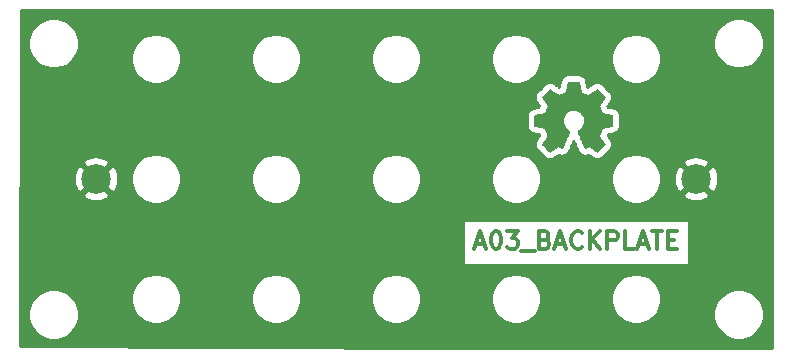
<source format=gbr>
G04 #@! TF.GenerationSoftware,KiCad,Pcbnew,5.1.5-52549c5~86~ubuntu18.04.1*
G04 #@! TF.CreationDate,2020-08-28T13:38:28-05:00*
G04 #@! TF.ProjectId,A03,4130332e-6b69-4636-9164-5f7063625858,rev?*
G04 #@! TF.SameCoordinates,Original*
G04 #@! TF.FileFunction,Copper,L1,Top*
G04 #@! TF.FilePolarity,Positive*
%FSLAX46Y46*%
G04 Gerber Fmt 4.6, Leading zero omitted, Abs format (unit mm)*
G04 Created by KiCad (PCBNEW 5.1.5-52549c5~86~ubuntu18.04.1) date 2020-08-28 13:38:28*
%MOMM*%
%LPD*%
G04 APERTURE LIST*
%ADD10C,0.300000*%
%ADD11C,0.010000*%
%ADD12C,2.499360*%
%ADD13C,0.254000*%
G04 APERTURE END LIST*
D10*
X61045200Y-39467600D02*
X61759485Y-39467600D01*
X60902342Y-39896171D02*
X61402342Y-38396171D01*
X61902342Y-39896171D01*
X62688057Y-38396171D02*
X62830914Y-38396171D01*
X62973771Y-38467600D01*
X63045200Y-38539028D01*
X63116628Y-38681885D01*
X63188057Y-38967600D01*
X63188057Y-39324742D01*
X63116628Y-39610457D01*
X63045200Y-39753314D01*
X62973771Y-39824742D01*
X62830914Y-39896171D01*
X62688057Y-39896171D01*
X62545200Y-39824742D01*
X62473771Y-39753314D01*
X62402342Y-39610457D01*
X62330914Y-39324742D01*
X62330914Y-38967600D01*
X62402342Y-38681885D01*
X62473771Y-38539028D01*
X62545200Y-38467600D01*
X62688057Y-38396171D01*
X63688057Y-38396171D02*
X64616628Y-38396171D01*
X64116628Y-38967600D01*
X64330914Y-38967600D01*
X64473771Y-39039028D01*
X64545200Y-39110457D01*
X64616628Y-39253314D01*
X64616628Y-39610457D01*
X64545200Y-39753314D01*
X64473771Y-39824742D01*
X64330914Y-39896171D01*
X63902342Y-39896171D01*
X63759485Y-39824742D01*
X63688057Y-39753314D01*
X64902342Y-40039028D02*
X66045200Y-40039028D01*
X66902342Y-39110457D02*
X67116628Y-39181885D01*
X67188057Y-39253314D01*
X67259485Y-39396171D01*
X67259485Y-39610457D01*
X67188057Y-39753314D01*
X67116628Y-39824742D01*
X66973771Y-39896171D01*
X66402342Y-39896171D01*
X66402342Y-38396171D01*
X66902342Y-38396171D01*
X67045200Y-38467600D01*
X67116628Y-38539028D01*
X67188057Y-38681885D01*
X67188057Y-38824742D01*
X67116628Y-38967600D01*
X67045200Y-39039028D01*
X66902342Y-39110457D01*
X66402342Y-39110457D01*
X67830914Y-39467600D02*
X68545200Y-39467600D01*
X67688057Y-39896171D02*
X68188057Y-38396171D01*
X68688057Y-39896171D01*
X70045200Y-39753314D02*
X69973771Y-39824742D01*
X69759485Y-39896171D01*
X69616628Y-39896171D01*
X69402342Y-39824742D01*
X69259485Y-39681885D01*
X69188057Y-39539028D01*
X69116628Y-39253314D01*
X69116628Y-39039028D01*
X69188057Y-38753314D01*
X69259485Y-38610457D01*
X69402342Y-38467600D01*
X69616628Y-38396171D01*
X69759485Y-38396171D01*
X69973771Y-38467600D01*
X70045200Y-38539028D01*
X70688057Y-39896171D02*
X70688057Y-38396171D01*
X71545200Y-39896171D02*
X70902342Y-39039028D01*
X71545200Y-38396171D02*
X70688057Y-39253314D01*
X72188057Y-39896171D02*
X72188057Y-38396171D01*
X72759485Y-38396171D01*
X72902342Y-38467600D01*
X72973771Y-38539028D01*
X73045200Y-38681885D01*
X73045200Y-38896171D01*
X72973771Y-39039028D01*
X72902342Y-39110457D01*
X72759485Y-39181885D01*
X72188057Y-39181885D01*
X74402342Y-39896171D02*
X73688057Y-39896171D01*
X73688057Y-38396171D01*
X74830914Y-39467600D02*
X75545200Y-39467600D01*
X74688057Y-39896171D02*
X75188057Y-38396171D01*
X75688057Y-39896171D01*
X75973771Y-38396171D02*
X76830914Y-38396171D01*
X76402342Y-39896171D02*
X76402342Y-38396171D01*
X77330914Y-39110457D02*
X77830914Y-39110457D01*
X78045200Y-39896171D02*
X77330914Y-39896171D01*
X77330914Y-38396171D01*
X78045200Y-38396171D01*
D11*
G36*
X69847014Y-26196331D02*
G01*
X69930835Y-26640955D01*
X70240120Y-26768453D01*
X70549406Y-26895951D01*
X70920446Y-26643646D01*
X71024357Y-26573396D01*
X71118287Y-26510672D01*
X71197852Y-26458338D01*
X71258670Y-26419257D01*
X71296357Y-26396293D01*
X71306621Y-26391342D01*
X71325110Y-26404076D01*
X71364620Y-26439282D01*
X71420722Y-26492462D01*
X71488987Y-26559118D01*
X71564986Y-26634754D01*
X71644292Y-26714872D01*
X71722475Y-26794974D01*
X71795107Y-26870564D01*
X71857759Y-26937145D01*
X71906003Y-26990218D01*
X71935410Y-27025287D01*
X71942441Y-27037023D01*
X71932323Y-27058660D01*
X71903959Y-27106062D01*
X71860329Y-27174593D01*
X71804418Y-27259615D01*
X71739206Y-27356493D01*
X71701419Y-27411750D01*
X71632543Y-27512648D01*
X71571340Y-27603699D01*
X71520778Y-27680370D01*
X71483828Y-27738128D01*
X71463458Y-27772443D01*
X71460397Y-27779654D01*
X71467336Y-27800148D01*
X71486251Y-27847913D01*
X71514287Y-27916232D01*
X71548591Y-27998389D01*
X71586309Y-28087670D01*
X71624587Y-28177358D01*
X71660570Y-28260738D01*
X71691406Y-28331094D01*
X71714239Y-28381710D01*
X71726217Y-28405871D01*
X71726924Y-28406822D01*
X71745731Y-28411436D01*
X71795818Y-28421728D01*
X71871993Y-28436687D01*
X71969065Y-28455301D01*
X72081843Y-28476559D01*
X72147642Y-28488818D01*
X72268150Y-28511762D01*
X72376997Y-28533595D01*
X72468676Y-28553122D01*
X72537681Y-28569148D01*
X72578504Y-28580479D01*
X72586711Y-28584074D01*
X72594748Y-28608406D01*
X72601233Y-28663359D01*
X72606170Y-28742508D01*
X72609564Y-28839426D01*
X72611418Y-28947687D01*
X72611738Y-29060865D01*
X72610527Y-29172535D01*
X72607790Y-29276268D01*
X72603531Y-29365641D01*
X72597755Y-29434226D01*
X72590467Y-29475597D01*
X72586095Y-29484210D01*
X72559964Y-29494533D01*
X72504593Y-29509292D01*
X72427307Y-29526752D01*
X72335430Y-29545180D01*
X72303358Y-29551141D01*
X72148724Y-29579466D01*
X72026575Y-29602276D01*
X71932873Y-29620480D01*
X71863584Y-29634983D01*
X71814671Y-29646692D01*
X71782097Y-29656515D01*
X71761828Y-29665356D01*
X71749826Y-29674124D01*
X71748147Y-29675857D01*
X71731384Y-29703771D01*
X71705814Y-29758095D01*
X71673988Y-29832177D01*
X71638460Y-29919365D01*
X71601783Y-30013008D01*
X71566511Y-30106452D01*
X71535196Y-30193047D01*
X71510393Y-30266140D01*
X71494654Y-30319078D01*
X71490532Y-30345211D01*
X71490876Y-30346126D01*
X71504841Y-30367486D01*
X71536522Y-30414484D01*
X71582591Y-30482227D01*
X71639718Y-30565823D01*
X71704573Y-30660382D01*
X71723043Y-30687254D01*
X71788899Y-30784675D01*
X71846850Y-30873563D01*
X71893738Y-30948812D01*
X71926407Y-31005320D01*
X71941700Y-31037981D01*
X71942441Y-31041993D01*
X71929592Y-31063084D01*
X71894088Y-31104864D01*
X71840493Y-31162845D01*
X71773371Y-31232535D01*
X71697287Y-31309445D01*
X71616804Y-31389083D01*
X71536487Y-31466961D01*
X71460899Y-31538586D01*
X71394605Y-31599470D01*
X71342169Y-31645121D01*
X71308155Y-31671050D01*
X71298745Y-31675283D01*
X71276843Y-31665312D01*
X71232000Y-31638420D01*
X71171521Y-31599136D01*
X71124989Y-31567517D01*
X71040675Y-31509498D01*
X70940826Y-31441184D01*
X70840673Y-31372979D01*
X70786827Y-31336475D01*
X70604571Y-31213200D01*
X70451581Y-31295920D01*
X70381882Y-31332159D01*
X70322614Y-31360326D01*
X70282511Y-31376391D01*
X70272303Y-31378626D01*
X70260029Y-31362122D01*
X70235813Y-31315482D01*
X70201463Y-31243009D01*
X70158788Y-31149006D01*
X70109594Y-31037774D01*
X70055690Y-30913615D01*
X69998884Y-30780832D01*
X69940982Y-30643727D01*
X69883793Y-30506602D01*
X69829124Y-30373758D01*
X69778784Y-30249498D01*
X69734580Y-30138125D01*
X69698319Y-30043939D01*
X69671809Y-29971244D01*
X69656858Y-29924341D01*
X69654454Y-29908233D01*
X69673511Y-29887686D01*
X69715236Y-29854333D01*
X69770906Y-29815102D01*
X69775578Y-29811999D01*
X69919464Y-29696823D01*
X70035483Y-29562453D01*
X70122630Y-29413184D01*
X70179899Y-29253313D01*
X70206286Y-29087137D01*
X70200785Y-28918952D01*
X70162390Y-28753055D01*
X70090095Y-28593742D01*
X70068826Y-28558887D01*
X69958196Y-28418137D01*
X69827502Y-28305114D01*
X69681264Y-28220403D01*
X69524008Y-28164594D01*
X69360257Y-28138274D01*
X69194533Y-28142030D01*
X69031362Y-28176450D01*
X68875265Y-28242123D01*
X68730767Y-28339635D01*
X68686069Y-28379213D01*
X68572312Y-28503103D01*
X68489418Y-28633524D01*
X68432556Y-28779715D01*
X68400887Y-28924488D01*
X68393069Y-29087260D01*
X68419138Y-29250840D01*
X68476445Y-29409698D01*
X68562344Y-29558306D01*
X68674186Y-29691135D01*
X68809323Y-29802656D01*
X68827083Y-29814411D01*
X68883350Y-29852908D01*
X68926123Y-29886263D01*
X68946572Y-29907560D01*
X68946869Y-29908233D01*
X68942479Y-29931271D01*
X68925076Y-29983557D01*
X68896468Y-30060790D01*
X68858465Y-30158668D01*
X68812874Y-30272891D01*
X68761503Y-30399158D01*
X68706162Y-30533167D01*
X68648658Y-30670618D01*
X68590801Y-30807208D01*
X68534398Y-30938637D01*
X68481258Y-31060605D01*
X68433190Y-31168809D01*
X68392001Y-31258949D01*
X68359501Y-31326723D01*
X68337497Y-31367830D01*
X68328636Y-31378626D01*
X68301560Y-31370219D01*
X68250897Y-31347672D01*
X68185383Y-31315013D01*
X68149359Y-31295920D01*
X67996368Y-31213200D01*
X67814112Y-31336475D01*
X67721075Y-31399628D01*
X67619215Y-31469127D01*
X67523762Y-31534565D01*
X67475950Y-31567517D01*
X67408705Y-31612673D01*
X67351764Y-31648457D01*
X67312554Y-31670338D01*
X67299819Y-31674963D01*
X67281283Y-31662485D01*
X67240259Y-31627652D01*
X67180725Y-31574078D01*
X67106658Y-31505383D01*
X67022035Y-31425181D01*
X66968515Y-31373686D01*
X66874881Y-31281686D01*
X66793959Y-31199399D01*
X66729023Y-31130345D01*
X66683342Y-31078044D01*
X66660189Y-31046016D01*
X66657968Y-31039516D01*
X66668276Y-31014794D01*
X66696761Y-30964805D01*
X66740263Y-30894612D01*
X66795623Y-30809275D01*
X66859680Y-30713856D01*
X66877897Y-30687254D01*
X66944273Y-30590567D01*
X67003822Y-30503517D01*
X67053216Y-30430995D01*
X67089125Y-30377893D01*
X67108219Y-30349103D01*
X67110064Y-30346126D01*
X67107305Y-30323182D01*
X67092662Y-30272736D01*
X67068687Y-30201441D01*
X67037934Y-30115947D01*
X67002956Y-30022907D01*
X66966307Y-29928974D01*
X66930539Y-29840799D01*
X66898206Y-29765034D01*
X66871862Y-29708331D01*
X66854058Y-29677343D01*
X66852793Y-29675857D01*
X66841906Y-29667001D01*
X66823518Y-29658243D01*
X66793594Y-29648677D01*
X66748097Y-29637396D01*
X66682991Y-29623493D01*
X66594239Y-29606063D01*
X66477807Y-29584198D01*
X66329658Y-29556991D01*
X66297582Y-29551141D01*
X66202514Y-29532774D01*
X66119635Y-29514805D01*
X66056270Y-29498969D01*
X66019742Y-29487000D01*
X66014844Y-29484210D01*
X66006773Y-29459472D01*
X66000213Y-29404190D01*
X65995167Y-29324789D01*
X65991641Y-29227696D01*
X65989639Y-29119338D01*
X65989164Y-29006140D01*
X65990223Y-28894528D01*
X65992818Y-28790929D01*
X65996954Y-28701768D01*
X66002637Y-28633472D01*
X66009869Y-28592466D01*
X66014229Y-28584074D01*
X66038502Y-28575608D01*
X66093774Y-28561835D01*
X66174538Y-28543950D01*
X66275288Y-28523148D01*
X66390517Y-28500623D01*
X66453298Y-28488818D01*
X66572413Y-28466551D01*
X66678635Y-28446379D01*
X66766773Y-28429315D01*
X66831634Y-28416369D01*
X66868026Y-28408555D01*
X66874016Y-28406822D01*
X66884139Y-28387290D01*
X66905538Y-28340243D01*
X66935361Y-28272403D01*
X66970755Y-28190491D01*
X67008868Y-28101228D01*
X67046847Y-28011335D01*
X67081840Y-27927535D01*
X67110994Y-27856547D01*
X67131457Y-27805094D01*
X67140377Y-27779897D01*
X67140543Y-27778796D01*
X67130431Y-27758919D01*
X67102083Y-27713177D01*
X67058477Y-27646117D01*
X67002594Y-27562284D01*
X66937413Y-27466226D01*
X66899521Y-27411050D01*
X66830475Y-27309881D01*
X66769150Y-27218030D01*
X66718537Y-27140144D01*
X66681629Y-27080869D01*
X66661418Y-27044851D01*
X66658499Y-27036777D01*
X66671047Y-27017984D01*
X66705737Y-26977857D01*
X66758137Y-26920893D01*
X66823816Y-26851585D01*
X66898344Y-26774431D01*
X66977287Y-26693925D01*
X67056217Y-26614563D01*
X67130700Y-26540840D01*
X67196306Y-26477252D01*
X67248604Y-26428294D01*
X67283161Y-26398461D01*
X67294722Y-26391342D01*
X67313546Y-26401353D01*
X67358569Y-26429478D01*
X67425413Y-26472854D01*
X67509701Y-26528618D01*
X67607056Y-26593906D01*
X67680493Y-26643646D01*
X68051533Y-26895951D01*
X68670105Y-26640955D01*
X68753925Y-26196331D01*
X68837746Y-25751707D01*
X69763194Y-25751707D01*
X69847014Y-26196331D01*
G37*
X69847014Y-26196331D02*
X69930835Y-26640955D01*
X70240120Y-26768453D01*
X70549406Y-26895951D01*
X70920446Y-26643646D01*
X71024357Y-26573396D01*
X71118287Y-26510672D01*
X71197852Y-26458338D01*
X71258670Y-26419257D01*
X71296357Y-26396293D01*
X71306621Y-26391342D01*
X71325110Y-26404076D01*
X71364620Y-26439282D01*
X71420722Y-26492462D01*
X71488987Y-26559118D01*
X71564986Y-26634754D01*
X71644292Y-26714872D01*
X71722475Y-26794974D01*
X71795107Y-26870564D01*
X71857759Y-26937145D01*
X71906003Y-26990218D01*
X71935410Y-27025287D01*
X71942441Y-27037023D01*
X71932323Y-27058660D01*
X71903959Y-27106062D01*
X71860329Y-27174593D01*
X71804418Y-27259615D01*
X71739206Y-27356493D01*
X71701419Y-27411750D01*
X71632543Y-27512648D01*
X71571340Y-27603699D01*
X71520778Y-27680370D01*
X71483828Y-27738128D01*
X71463458Y-27772443D01*
X71460397Y-27779654D01*
X71467336Y-27800148D01*
X71486251Y-27847913D01*
X71514287Y-27916232D01*
X71548591Y-27998389D01*
X71586309Y-28087670D01*
X71624587Y-28177358D01*
X71660570Y-28260738D01*
X71691406Y-28331094D01*
X71714239Y-28381710D01*
X71726217Y-28405871D01*
X71726924Y-28406822D01*
X71745731Y-28411436D01*
X71795818Y-28421728D01*
X71871993Y-28436687D01*
X71969065Y-28455301D01*
X72081843Y-28476559D01*
X72147642Y-28488818D01*
X72268150Y-28511762D01*
X72376997Y-28533595D01*
X72468676Y-28553122D01*
X72537681Y-28569148D01*
X72578504Y-28580479D01*
X72586711Y-28584074D01*
X72594748Y-28608406D01*
X72601233Y-28663359D01*
X72606170Y-28742508D01*
X72609564Y-28839426D01*
X72611418Y-28947687D01*
X72611738Y-29060865D01*
X72610527Y-29172535D01*
X72607790Y-29276268D01*
X72603531Y-29365641D01*
X72597755Y-29434226D01*
X72590467Y-29475597D01*
X72586095Y-29484210D01*
X72559964Y-29494533D01*
X72504593Y-29509292D01*
X72427307Y-29526752D01*
X72335430Y-29545180D01*
X72303358Y-29551141D01*
X72148724Y-29579466D01*
X72026575Y-29602276D01*
X71932873Y-29620480D01*
X71863584Y-29634983D01*
X71814671Y-29646692D01*
X71782097Y-29656515D01*
X71761828Y-29665356D01*
X71749826Y-29674124D01*
X71748147Y-29675857D01*
X71731384Y-29703771D01*
X71705814Y-29758095D01*
X71673988Y-29832177D01*
X71638460Y-29919365D01*
X71601783Y-30013008D01*
X71566511Y-30106452D01*
X71535196Y-30193047D01*
X71510393Y-30266140D01*
X71494654Y-30319078D01*
X71490532Y-30345211D01*
X71490876Y-30346126D01*
X71504841Y-30367486D01*
X71536522Y-30414484D01*
X71582591Y-30482227D01*
X71639718Y-30565823D01*
X71704573Y-30660382D01*
X71723043Y-30687254D01*
X71788899Y-30784675D01*
X71846850Y-30873563D01*
X71893738Y-30948812D01*
X71926407Y-31005320D01*
X71941700Y-31037981D01*
X71942441Y-31041993D01*
X71929592Y-31063084D01*
X71894088Y-31104864D01*
X71840493Y-31162845D01*
X71773371Y-31232535D01*
X71697287Y-31309445D01*
X71616804Y-31389083D01*
X71536487Y-31466961D01*
X71460899Y-31538586D01*
X71394605Y-31599470D01*
X71342169Y-31645121D01*
X71308155Y-31671050D01*
X71298745Y-31675283D01*
X71276843Y-31665312D01*
X71232000Y-31638420D01*
X71171521Y-31599136D01*
X71124989Y-31567517D01*
X71040675Y-31509498D01*
X70940826Y-31441184D01*
X70840673Y-31372979D01*
X70786827Y-31336475D01*
X70604571Y-31213200D01*
X70451581Y-31295920D01*
X70381882Y-31332159D01*
X70322614Y-31360326D01*
X70282511Y-31376391D01*
X70272303Y-31378626D01*
X70260029Y-31362122D01*
X70235813Y-31315482D01*
X70201463Y-31243009D01*
X70158788Y-31149006D01*
X70109594Y-31037774D01*
X70055690Y-30913615D01*
X69998884Y-30780832D01*
X69940982Y-30643727D01*
X69883793Y-30506602D01*
X69829124Y-30373758D01*
X69778784Y-30249498D01*
X69734580Y-30138125D01*
X69698319Y-30043939D01*
X69671809Y-29971244D01*
X69656858Y-29924341D01*
X69654454Y-29908233D01*
X69673511Y-29887686D01*
X69715236Y-29854333D01*
X69770906Y-29815102D01*
X69775578Y-29811999D01*
X69919464Y-29696823D01*
X70035483Y-29562453D01*
X70122630Y-29413184D01*
X70179899Y-29253313D01*
X70206286Y-29087137D01*
X70200785Y-28918952D01*
X70162390Y-28753055D01*
X70090095Y-28593742D01*
X70068826Y-28558887D01*
X69958196Y-28418137D01*
X69827502Y-28305114D01*
X69681264Y-28220403D01*
X69524008Y-28164594D01*
X69360257Y-28138274D01*
X69194533Y-28142030D01*
X69031362Y-28176450D01*
X68875265Y-28242123D01*
X68730767Y-28339635D01*
X68686069Y-28379213D01*
X68572312Y-28503103D01*
X68489418Y-28633524D01*
X68432556Y-28779715D01*
X68400887Y-28924488D01*
X68393069Y-29087260D01*
X68419138Y-29250840D01*
X68476445Y-29409698D01*
X68562344Y-29558306D01*
X68674186Y-29691135D01*
X68809323Y-29802656D01*
X68827083Y-29814411D01*
X68883350Y-29852908D01*
X68926123Y-29886263D01*
X68946572Y-29907560D01*
X68946869Y-29908233D01*
X68942479Y-29931271D01*
X68925076Y-29983557D01*
X68896468Y-30060790D01*
X68858465Y-30158668D01*
X68812874Y-30272891D01*
X68761503Y-30399158D01*
X68706162Y-30533167D01*
X68648658Y-30670618D01*
X68590801Y-30807208D01*
X68534398Y-30938637D01*
X68481258Y-31060605D01*
X68433190Y-31168809D01*
X68392001Y-31258949D01*
X68359501Y-31326723D01*
X68337497Y-31367830D01*
X68328636Y-31378626D01*
X68301560Y-31370219D01*
X68250897Y-31347672D01*
X68185383Y-31315013D01*
X68149359Y-31295920D01*
X67996368Y-31213200D01*
X67814112Y-31336475D01*
X67721075Y-31399628D01*
X67619215Y-31469127D01*
X67523762Y-31534565D01*
X67475950Y-31567517D01*
X67408705Y-31612673D01*
X67351764Y-31648457D01*
X67312554Y-31670338D01*
X67299819Y-31674963D01*
X67281283Y-31662485D01*
X67240259Y-31627652D01*
X67180725Y-31574078D01*
X67106658Y-31505383D01*
X67022035Y-31425181D01*
X66968515Y-31373686D01*
X66874881Y-31281686D01*
X66793959Y-31199399D01*
X66729023Y-31130345D01*
X66683342Y-31078044D01*
X66660189Y-31046016D01*
X66657968Y-31039516D01*
X66668276Y-31014794D01*
X66696761Y-30964805D01*
X66740263Y-30894612D01*
X66795623Y-30809275D01*
X66859680Y-30713856D01*
X66877897Y-30687254D01*
X66944273Y-30590567D01*
X67003822Y-30503517D01*
X67053216Y-30430995D01*
X67089125Y-30377893D01*
X67108219Y-30349103D01*
X67110064Y-30346126D01*
X67107305Y-30323182D01*
X67092662Y-30272736D01*
X67068687Y-30201441D01*
X67037934Y-30115947D01*
X67002956Y-30022907D01*
X66966307Y-29928974D01*
X66930539Y-29840799D01*
X66898206Y-29765034D01*
X66871862Y-29708331D01*
X66854058Y-29677343D01*
X66852793Y-29675857D01*
X66841906Y-29667001D01*
X66823518Y-29658243D01*
X66793594Y-29648677D01*
X66748097Y-29637396D01*
X66682991Y-29623493D01*
X66594239Y-29606063D01*
X66477807Y-29584198D01*
X66329658Y-29556991D01*
X66297582Y-29551141D01*
X66202514Y-29532774D01*
X66119635Y-29514805D01*
X66056270Y-29498969D01*
X66019742Y-29487000D01*
X66014844Y-29484210D01*
X66006773Y-29459472D01*
X66000213Y-29404190D01*
X65995167Y-29324789D01*
X65991641Y-29227696D01*
X65989639Y-29119338D01*
X65989164Y-29006140D01*
X65990223Y-28894528D01*
X65992818Y-28790929D01*
X65996954Y-28701768D01*
X66002637Y-28633472D01*
X66009869Y-28592466D01*
X66014229Y-28584074D01*
X66038502Y-28575608D01*
X66093774Y-28561835D01*
X66174538Y-28543950D01*
X66275288Y-28523148D01*
X66390517Y-28500623D01*
X66453298Y-28488818D01*
X66572413Y-28466551D01*
X66678635Y-28446379D01*
X66766773Y-28429315D01*
X66831634Y-28416369D01*
X66868026Y-28408555D01*
X66874016Y-28406822D01*
X66884139Y-28387290D01*
X66905538Y-28340243D01*
X66935361Y-28272403D01*
X66970755Y-28190491D01*
X67008868Y-28101228D01*
X67046847Y-28011335D01*
X67081840Y-27927535D01*
X67110994Y-27856547D01*
X67131457Y-27805094D01*
X67140377Y-27779897D01*
X67140543Y-27778796D01*
X67130431Y-27758919D01*
X67102083Y-27713177D01*
X67058477Y-27646117D01*
X67002594Y-27562284D01*
X66937413Y-27466226D01*
X66899521Y-27411050D01*
X66830475Y-27309881D01*
X66769150Y-27218030D01*
X66718537Y-27140144D01*
X66681629Y-27080869D01*
X66661418Y-27044851D01*
X66658499Y-27036777D01*
X66671047Y-27017984D01*
X66705737Y-26977857D01*
X66758137Y-26920893D01*
X66823816Y-26851585D01*
X66898344Y-26774431D01*
X66977287Y-26693925D01*
X67056217Y-26614563D01*
X67130700Y-26540840D01*
X67196306Y-26477252D01*
X67248604Y-26428294D01*
X67283161Y-26398461D01*
X67294722Y-26391342D01*
X67313546Y-26401353D01*
X67358569Y-26429478D01*
X67425413Y-26472854D01*
X67509701Y-26528618D01*
X67607056Y-26593906D01*
X67680493Y-26643646D01*
X68051533Y-26895951D01*
X68670105Y-26640955D01*
X68753925Y-26196331D01*
X68837746Y-25751707D01*
X69763194Y-25751707D01*
X69847014Y-26196331D01*
D12*
X79690000Y-33970000D03*
X28890000Y-33970000D03*
D13*
G36*
X86080600Y-19684798D02*
G01*
X86080600Y-48290000D01*
X59112447Y-48290000D01*
X22479112Y-48158854D01*
X22481683Y-45239721D01*
X23155000Y-45239721D01*
X23155000Y-45660279D01*
X23237047Y-46072756D01*
X23397988Y-46461302D01*
X23631637Y-46810983D01*
X23929017Y-47108363D01*
X24278698Y-47342012D01*
X24667244Y-47502953D01*
X25079721Y-47585000D01*
X25500279Y-47585000D01*
X25912756Y-47502953D01*
X26301302Y-47342012D01*
X26650983Y-47108363D01*
X26948363Y-46810983D01*
X27182012Y-46461302D01*
X27342953Y-46072756D01*
X27425000Y-45660279D01*
X27425000Y-45239721D01*
X27342953Y-44827244D01*
X27182012Y-44438698D01*
X26948363Y-44089017D01*
X26779067Y-43919721D01*
X31835000Y-43919721D01*
X31835000Y-44340279D01*
X31917047Y-44752756D01*
X32077988Y-45141302D01*
X32311637Y-45490983D01*
X32609017Y-45788363D01*
X32958698Y-46022012D01*
X33347244Y-46182953D01*
X33759721Y-46265000D01*
X34180279Y-46265000D01*
X34592756Y-46182953D01*
X34981302Y-46022012D01*
X35330983Y-45788363D01*
X35628363Y-45490983D01*
X35862012Y-45141302D01*
X36022953Y-44752756D01*
X36105000Y-44340279D01*
X36105000Y-43919721D01*
X41995000Y-43919721D01*
X41995000Y-44340279D01*
X42077047Y-44752756D01*
X42237988Y-45141302D01*
X42471637Y-45490983D01*
X42769017Y-45788363D01*
X43118698Y-46022012D01*
X43507244Y-46182953D01*
X43919721Y-46265000D01*
X44340279Y-46265000D01*
X44752756Y-46182953D01*
X45141302Y-46022012D01*
X45490983Y-45788363D01*
X45788363Y-45490983D01*
X46022012Y-45141302D01*
X46182953Y-44752756D01*
X46265000Y-44340279D01*
X46265000Y-43919721D01*
X52155000Y-43919721D01*
X52155000Y-44340279D01*
X52237047Y-44752756D01*
X52397988Y-45141302D01*
X52631637Y-45490983D01*
X52929017Y-45788363D01*
X53278698Y-46022012D01*
X53667244Y-46182953D01*
X54079721Y-46265000D01*
X54500279Y-46265000D01*
X54912756Y-46182953D01*
X55301302Y-46022012D01*
X55650983Y-45788363D01*
X55948363Y-45490983D01*
X56182012Y-45141302D01*
X56342953Y-44752756D01*
X56425000Y-44340279D01*
X56425000Y-43919721D01*
X62315000Y-43919721D01*
X62315000Y-44340279D01*
X62397047Y-44752756D01*
X62557988Y-45141302D01*
X62791637Y-45490983D01*
X63089017Y-45788363D01*
X63438698Y-46022012D01*
X63827244Y-46182953D01*
X64239721Y-46265000D01*
X64660279Y-46265000D01*
X65072756Y-46182953D01*
X65461302Y-46022012D01*
X65810983Y-45788363D01*
X66108363Y-45490983D01*
X66342012Y-45141302D01*
X66502953Y-44752756D01*
X66585000Y-44340279D01*
X66585000Y-43919721D01*
X72475000Y-43919721D01*
X72475000Y-44340279D01*
X72557047Y-44752756D01*
X72717988Y-45141302D01*
X72951637Y-45490983D01*
X73249017Y-45788363D01*
X73598698Y-46022012D01*
X73987244Y-46182953D01*
X74399721Y-46265000D01*
X74820279Y-46265000D01*
X75232756Y-46182953D01*
X75621302Y-46022012D01*
X75970983Y-45788363D01*
X76268363Y-45490983D01*
X76436250Y-45239721D01*
X81155000Y-45239721D01*
X81155000Y-45660279D01*
X81237047Y-46072756D01*
X81397988Y-46461302D01*
X81631637Y-46810983D01*
X81929017Y-47108363D01*
X82278698Y-47342012D01*
X82667244Y-47502953D01*
X83079721Y-47585000D01*
X83500279Y-47585000D01*
X83912756Y-47502953D01*
X84301302Y-47342012D01*
X84650983Y-47108363D01*
X84948363Y-46810983D01*
X85182012Y-46461302D01*
X85342953Y-46072756D01*
X85425000Y-45660279D01*
X85425000Y-45239721D01*
X85342953Y-44827244D01*
X85182012Y-44438698D01*
X84948363Y-44089017D01*
X84650983Y-43791637D01*
X84301302Y-43557988D01*
X83912756Y-43397047D01*
X83500279Y-43315000D01*
X83079721Y-43315000D01*
X82667244Y-43397047D01*
X82278698Y-43557988D01*
X81929017Y-43791637D01*
X81631637Y-44089017D01*
X81397988Y-44438698D01*
X81237047Y-44827244D01*
X81155000Y-45239721D01*
X76436250Y-45239721D01*
X76502012Y-45141302D01*
X76662953Y-44752756D01*
X76745000Y-44340279D01*
X76745000Y-43919721D01*
X76662953Y-43507244D01*
X76502012Y-43118698D01*
X76268363Y-42769017D01*
X75970983Y-42471637D01*
X75621302Y-42237988D01*
X75232756Y-42077047D01*
X74820279Y-41995000D01*
X74399721Y-41995000D01*
X73987244Y-42077047D01*
X73598698Y-42237988D01*
X73249017Y-42471637D01*
X72951637Y-42769017D01*
X72717988Y-43118698D01*
X72557047Y-43507244D01*
X72475000Y-43919721D01*
X66585000Y-43919721D01*
X66502953Y-43507244D01*
X66342012Y-43118698D01*
X66108363Y-42769017D01*
X65810983Y-42471637D01*
X65461302Y-42237988D01*
X65072756Y-42077047D01*
X64660279Y-41995000D01*
X64239721Y-41995000D01*
X63827244Y-42077047D01*
X63438698Y-42237988D01*
X63089017Y-42471637D01*
X62791637Y-42769017D01*
X62557988Y-43118698D01*
X62397047Y-43507244D01*
X62315000Y-43919721D01*
X56425000Y-43919721D01*
X56342953Y-43507244D01*
X56182012Y-43118698D01*
X55948363Y-42769017D01*
X55650983Y-42471637D01*
X55301302Y-42237988D01*
X54912756Y-42077047D01*
X54500279Y-41995000D01*
X54079721Y-41995000D01*
X53667244Y-42077047D01*
X53278698Y-42237988D01*
X52929017Y-42471637D01*
X52631637Y-42769017D01*
X52397988Y-43118698D01*
X52237047Y-43507244D01*
X52155000Y-43919721D01*
X46265000Y-43919721D01*
X46182953Y-43507244D01*
X46022012Y-43118698D01*
X45788363Y-42769017D01*
X45490983Y-42471637D01*
X45141302Y-42237988D01*
X44752756Y-42077047D01*
X44340279Y-41995000D01*
X43919721Y-41995000D01*
X43507244Y-42077047D01*
X43118698Y-42237988D01*
X42769017Y-42471637D01*
X42471637Y-42769017D01*
X42237988Y-43118698D01*
X42077047Y-43507244D01*
X41995000Y-43919721D01*
X36105000Y-43919721D01*
X36022953Y-43507244D01*
X35862012Y-43118698D01*
X35628363Y-42769017D01*
X35330983Y-42471637D01*
X34981302Y-42237988D01*
X34592756Y-42077047D01*
X34180279Y-41995000D01*
X33759721Y-41995000D01*
X33347244Y-42077047D01*
X32958698Y-42237988D01*
X32609017Y-42471637D01*
X32311637Y-42769017D01*
X32077988Y-43118698D01*
X31917047Y-43507244D01*
X31835000Y-43919721D01*
X26779067Y-43919721D01*
X26650983Y-43791637D01*
X26301302Y-43557988D01*
X25912756Y-43397047D01*
X25500279Y-43315000D01*
X25079721Y-43315000D01*
X24667244Y-43397047D01*
X24278698Y-43557988D01*
X23929017Y-43791637D01*
X23631637Y-44089017D01*
X23397988Y-44438698D01*
X23237047Y-44827244D01*
X23155000Y-45239721D01*
X22481683Y-45239721D01*
X22488565Y-37427600D01*
X59974486Y-37427600D01*
X59974486Y-41247600D01*
X79115915Y-41247600D01*
X79115915Y-37427600D01*
X59974486Y-37427600D01*
X22488565Y-37427600D01*
X22490454Y-35283377D01*
X27756229Y-35283377D01*
X27882104Y-35573315D01*
X28214262Y-35739139D01*
X28572387Y-35836975D01*
X28942719Y-35863065D01*
X29311025Y-35816405D01*
X29663151Y-35698789D01*
X29897896Y-35573315D01*
X30023771Y-35283377D01*
X28890000Y-34149605D01*
X27756229Y-35283377D01*
X22490454Y-35283377D01*
X22491565Y-34022719D01*
X26996935Y-34022719D01*
X27043595Y-34391025D01*
X27161211Y-34743151D01*
X27286685Y-34977896D01*
X27576623Y-35103771D01*
X28710395Y-33970000D01*
X29069605Y-33970000D01*
X30203377Y-35103771D01*
X30493315Y-34977896D01*
X30659139Y-34645738D01*
X30756975Y-34287613D01*
X30783065Y-33917281D01*
X30763105Y-33759721D01*
X31835000Y-33759721D01*
X31835000Y-34180279D01*
X31917047Y-34592756D01*
X32077988Y-34981302D01*
X32311637Y-35330983D01*
X32609017Y-35628363D01*
X32958698Y-35862012D01*
X33347244Y-36022953D01*
X33759721Y-36105000D01*
X34180279Y-36105000D01*
X34592756Y-36022953D01*
X34981302Y-35862012D01*
X35330983Y-35628363D01*
X35628363Y-35330983D01*
X35862012Y-34981302D01*
X36022953Y-34592756D01*
X36105000Y-34180279D01*
X36105000Y-33759721D01*
X41995000Y-33759721D01*
X41995000Y-34180279D01*
X42077047Y-34592756D01*
X42237988Y-34981302D01*
X42471637Y-35330983D01*
X42769017Y-35628363D01*
X43118698Y-35862012D01*
X43507244Y-36022953D01*
X43919721Y-36105000D01*
X44340279Y-36105000D01*
X44752756Y-36022953D01*
X45141302Y-35862012D01*
X45490983Y-35628363D01*
X45788363Y-35330983D01*
X46022012Y-34981302D01*
X46182953Y-34592756D01*
X46265000Y-34180279D01*
X46265000Y-33759721D01*
X52155000Y-33759721D01*
X52155000Y-34180279D01*
X52237047Y-34592756D01*
X52397988Y-34981302D01*
X52631637Y-35330983D01*
X52929017Y-35628363D01*
X53278698Y-35862012D01*
X53667244Y-36022953D01*
X54079721Y-36105000D01*
X54500279Y-36105000D01*
X54912756Y-36022953D01*
X55301302Y-35862012D01*
X55650983Y-35628363D01*
X55948363Y-35330983D01*
X56182012Y-34981302D01*
X56342953Y-34592756D01*
X56425000Y-34180279D01*
X56425000Y-33759721D01*
X62315000Y-33759721D01*
X62315000Y-34180279D01*
X62397047Y-34592756D01*
X62557988Y-34981302D01*
X62791637Y-35330983D01*
X63089017Y-35628363D01*
X63438698Y-35862012D01*
X63827244Y-36022953D01*
X64239721Y-36105000D01*
X64660279Y-36105000D01*
X65072756Y-36022953D01*
X65461302Y-35862012D01*
X65810983Y-35628363D01*
X66108363Y-35330983D01*
X66342012Y-34981302D01*
X66502953Y-34592756D01*
X66585000Y-34180279D01*
X66585000Y-33759721D01*
X72475000Y-33759721D01*
X72475000Y-34180279D01*
X72557047Y-34592756D01*
X72717988Y-34981302D01*
X72951637Y-35330983D01*
X73249017Y-35628363D01*
X73598698Y-35862012D01*
X73987244Y-36022953D01*
X74399721Y-36105000D01*
X74820279Y-36105000D01*
X75232756Y-36022953D01*
X75621302Y-35862012D01*
X75970983Y-35628363D01*
X76268363Y-35330983D01*
X76300172Y-35283377D01*
X78556229Y-35283377D01*
X78682104Y-35573315D01*
X79014262Y-35739139D01*
X79372387Y-35836975D01*
X79742719Y-35863065D01*
X80111025Y-35816405D01*
X80463151Y-35698789D01*
X80697896Y-35573315D01*
X80823771Y-35283377D01*
X79690000Y-34149605D01*
X78556229Y-35283377D01*
X76300172Y-35283377D01*
X76502012Y-34981302D01*
X76662953Y-34592756D01*
X76745000Y-34180279D01*
X76745000Y-34022719D01*
X77796935Y-34022719D01*
X77843595Y-34391025D01*
X77961211Y-34743151D01*
X78086685Y-34977896D01*
X78376623Y-35103771D01*
X79510395Y-33970000D01*
X79869605Y-33970000D01*
X81003377Y-35103771D01*
X81293315Y-34977896D01*
X81459139Y-34645738D01*
X81556975Y-34287613D01*
X81583065Y-33917281D01*
X81536405Y-33548975D01*
X81418789Y-33196849D01*
X81293315Y-32962104D01*
X81003377Y-32836229D01*
X79869605Y-33970000D01*
X79510395Y-33970000D01*
X78376623Y-32836229D01*
X78086685Y-32962104D01*
X77920861Y-33294262D01*
X77823025Y-33652387D01*
X77796935Y-34022719D01*
X76745000Y-34022719D01*
X76745000Y-33759721D01*
X76662953Y-33347244D01*
X76502012Y-32958698D01*
X76300173Y-32656623D01*
X78556229Y-32656623D01*
X79690000Y-33790395D01*
X80823771Y-32656623D01*
X80697896Y-32366685D01*
X80365738Y-32200861D01*
X80007613Y-32103025D01*
X79637281Y-32076935D01*
X79268975Y-32123595D01*
X78916849Y-32241211D01*
X78682104Y-32366685D01*
X78556229Y-32656623D01*
X76300173Y-32656623D01*
X76268363Y-32609017D01*
X75970983Y-32311637D01*
X75621302Y-32077988D01*
X75232756Y-31917047D01*
X74820279Y-31835000D01*
X74399721Y-31835000D01*
X73987244Y-31917047D01*
X73598698Y-32077988D01*
X73249017Y-32311637D01*
X72951637Y-32609017D01*
X72717988Y-32958698D01*
X72557047Y-33347244D01*
X72475000Y-33759721D01*
X66585000Y-33759721D01*
X66502953Y-33347244D01*
X66342012Y-32958698D01*
X66108363Y-32609017D01*
X65810983Y-32311637D01*
X65461302Y-32077988D01*
X65072756Y-31917047D01*
X64660279Y-31835000D01*
X64239721Y-31835000D01*
X63827244Y-31917047D01*
X63438698Y-32077988D01*
X63089017Y-32311637D01*
X62791637Y-32609017D01*
X62557988Y-32958698D01*
X62397047Y-33347244D01*
X62315000Y-33759721D01*
X56425000Y-33759721D01*
X56342953Y-33347244D01*
X56182012Y-32958698D01*
X55948363Y-32609017D01*
X55650983Y-32311637D01*
X55301302Y-32077988D01*
X54912756Y-31917047D01*
X54500279Y-31835000D01*
X54079721Y-31835000D01*
X53667244Y-31917047D01*
X53278698Y-32077988D01*
X52929017Y-32311637D01*
X52631637Y-32609017D01*
X52397988Y-32958698D01*
X52237047Y-33347244D01*
X52155000Y-33759721D01*
X46265000Y-33759721D01*
X46182953Y-33347244D01*
X46022012Y-32958698D01*
X45788363Y-32609017D01*
X45490983Y-32311637D01*
X45141302Y-32077988D01*
X44752756Y-31917047D01*
X44340279Y-31835000D01*
X43919721Y-31835000D01*
X43507244Y-31917047D01*
X43118698Y-32077988D01*
X42769017Y-32311637D01*
X42471637Y-32609017D01*
X42237988Y-32958698D01*
X42077047Y-33347244D01*
X41995000Y-33759721D01*
X36105000Y-33759721D01*
X36022953Y-33347244D01*
X35862012Y-32958698D01*
X35628363Y-32609017D01*
X35330983Y-32311637D01*
X34981302Y-32077988D01*
X34592756Y-31917047D01*
X34180279Y-31835000D01*
X33759721Y-31835000D01*
X33347244Y-31917047D01*
X32958698Y-32077988D01*
X32609017Y-32311637D01*
X32311637Y-32609017D01*
X32077988Y-32958698D01*
X31917047Y-33347244D01*
X31835000Y-33759721D01*
X30763105Y-33759721D01*
X30736405Y-33548975D01*
X30618789Y-33196849D01*
X30493315Y-32962104D01*
X30203377Y-32836229D01*
X29069605Y-33970000D01*
X28710395Y-33970000D01*
X27576623Y-32836229D01*
X27286685Y-32962104D01*
X27120861Y-33294262D01*
X27023025Y-33652387D01*
X26996935Y-34022719D01*
X22491565Y-34022719D01*
X22492768Y-32656623D01*
X27756229Y-32656623D01*
X28890000Y-33790395D01*
X30023771Y-32656623D01*
X29897896Y-32366685D01*
X29565738Y-32200861D01*
X29207613Y-32103025D01*
X28837281Y-32076935D01*
X28468975Y-32123595D01*
X28116849Y-32241211D01*
X27882104Y-32366685D01*
X27756229Y-32656623D01*
X22492768Y-32656623D01*
X22495982Y-29008826D01*
X65349170Y-29008826D01*
X65349645Y-29122024D01*
X65349655Y-29122120D01*
X65349645Y-29122225D01*
X65349748Y-29131160D01*
X65351750Y-29239518D01*
X65351894Y-29240749D01*
X65351800Y-29241990D01*
X65352063Y-29250923D01*
X65355589Y-29348016D01*
X65356156Y-29352218D01*
X65355951Y-29356458D01*
X65356455Y-29365380D01*
X65361501Y-29444780D01*
X65363597Y-29457671D01*
X65363681Y-29470725D01*
X65364672Y-29479606D01*
X65371232Y-29534888D01*
X65383779Y-29592110D01*
X65395624Y-29649465D01*
X65397967Y-29656819D01*
X65397984Y-29656896D01*
X65398012Y-29656961D01*
X65398337Y-29657980D01*
X65406408Y-29682718D01*
X65424026Y-29722910D01*
X65439289Y-29764098D01*
X65449060Y-29780023D01*
X65456553Y-29797116D01*
X65481638Y-29833115D01*
X65504614Y-29870560D01*
X65517294Y-29884285D01*
X65527963Y-29899596D01*
X65559574Y-29930049D01*
X65589375Y-29962306D01*
X65604469Y-29973299D01*
X65617917Y-29986255D01*
X65654841Y-30009988D01*
X65690339Y-30035842D01*
X65698073Y-30040318D01*
X65702972Y-30043108D01*
X65714114Y-30048084D01*
X65722991Y-30053790D01*
X65756404Y-30066972D01*
X65757543Y-30067481D01*
X65811988Y-30092342D01*
X65816878Y-30093982D01*
X65817020Y-30094045D01*
X65817168Y-30094079D01*
X65820461Y-30095183D01*
X65856989Y-30107152D01*
X65875070Y-30111174D01*
X65892441Y-30117646D01*
X65901096Y-30119872D01*
X65964461Y-30135708D01*
X65969997Y-30136529D01*
X65975307Y-30138319D01*
X65984027Y-30140273D01*
X66066907Y-30158242D01*
X66069679Y-30158564D01*
X66072350Y-30159398D01*
X66081112Y-30161154D01*
X66176180Y-30179521D01*
X66176302Y-30179532D01*
X66182753Y-30180755D01*
X66214362Y-30186520D01*
X66360853Y-30213422D01*
X66392628Y-30219390D01*
X66403558Y-30247403D01*
X66350265Y-30325033D01*
X66350244Y-30325070D01*
X66349845Y-30325645D01*
X66331628Y-30352247D01*
X66331559Y-30352373D01*
X66328312Y-30357137D01*
X66264256Y-30452556D01*
X66263987Y-30453056D01*
X66263621Y-30453502D01*
X66258706Y-30460965D01*
X66203346Y-30546302D01*
X66202357Y-30548213D01*
X66201024Y-30549907D01*
X66196264Y-30557470D01*
X66152762Y-30627662D01*
X66149514Y-30634267D01*
X66145180Y-30640215D01*
X66140702Y-30647948D01*
X66112217Y-30697937D01*
X66097992Y-30729775D01*
X66081064Y-30760270D01*
X66077568Y-30768494D01*
X66067260Y-30793216D01*
X66062054Y-30810207D01*
X66061263Y-30811978D01*
X66060532Y-30815175D01*
X66055649Y-30831115D01*
X66041349Y-30868106D01*
X66037390Y-30890710D01*
X66030670Y-30912643D01*
X66026641Y-30952078D01*
X66019799Y-30991139D01*
X66020306Y-31014081D01*
X66017974Y-31036902D01*
X66021682Y-31076377D01*
X66022557Y-31116015D01*
X66027508Y-31138414D01*
X66029654Y-31161261D01*
X66034791Y-31178531D01*
X66035756Y-31186316D01*
X66042845Y-31207798D01*
X66049516Y-31237976D01*
X66052346Y-31246452D01*
X66054568Y-31252952D01*
X66061390Y-31267947D01*
X66065268Y-31280982D01*
X66069901Y-31289782D01*
X66074900Y-31304930D01*
X66091946Y-31335104D01*
X66106296Y-31366644D01*
X66121579Y-31387940D01*
X66123457Y-31391507D01*
X66124624Y-31392950D01*
X66136336Y-31413682D01*
X66141521Y-31420961D01*
X66164674Y-31452988D01*
X66181230Y-31471726D01*
X66195485Y-31492286D01*
X66201317Y-31499057D01*
X66246998Y-31551358D01*
X66252322Y-31556369D01*
X66256710Y-31562226D01*
X66262786Y-31568778D01*
X66327722Y-31637832D01*
X66329753Y-31639607D01*
X66331420Y-31641732D01*
X66337642Y-31648147D01*
X66418564Y-31730434D01*
X66419353Y-31731093D01*
X66420003Y-31731893D01*
X66426333Y-31738200D01*
X66519967Y-31830200D01*
X66520062Y-31830276D01*
X66524776Y-31834875D01*
X66578296Y-31886370D01*
X66578414Y-31886463D01*
X66581783Y-31889701D01*
X66666407Y-31969903D01*
X66666497Y-31969973D01*
X66671447Y-31974628D01*
X66745513Y-32043323D01*
X66745787Y-32043532D01*
X66746016Y-32043789D01*
X66752617Y-32049812D01*
X66812150Y-32103386D01*
X66815984Y-32106211D01*
X66819251Y-32109682D01*
X66826022Y-32115513D01*
X66867046Y-32150345D01*
X66892707Y-32168136D01*
X66916508Y-32188355D01*
X66923886Y-32193397D01*
X66942422Y-32205875D01*
X66963687Y-32217348D01*
X66969695Y-32221513D01*
X66978581Y-32225383D01*
X66983230Y-32227891D01*
X67022877Y-32251941D01*
X67038099Y-32257493D01*
X67052350Y-32265182D01*
X67096651Y-32278851D01*
X67140221Y-32294744D01*
X67156226Y-32297233D01*
X67171704Y-32302009D01*
X67217828Y-32306814D01*
X67263643Y-32313940D01*
X67279824Y-32313273D01*
X67295938Y-32314952D01*
X67342125Y-32310706D01*
X67388443Y-32308797D01*
X67404186Y-32305000D01*
X67420319Y-32303517D01*
X67464797Y-32290382D01*
X67493594Y-32283437D01*
X67501418Y-32281836D01*
X67503021Y-32281163D01*
X67509868Y-32279512D01*
X67518288Y-32276520D01*
X67531023Y-32271895D01*
X67536873Y-32269097D01*
X67540111Y-32268141D01*
X67553074Y-32261349D01*
X67573332Y-32251661D01*
X67616595Y-32233507D01*
X67624429Y-32229207D01*
X67663639Y-32207326D01*
X67673686Y-32200353D01*
X67684704Y-32195039D01*
X67692303Y-32190336D01*
X67749244Y-32154552D01*
X67753386Y-32151345D01*
X67758041Y-32148924D01*
X67765494Y-32143993D01*
X67832740Y-32098837D01*
X67832802Y-32098786D01*
X67839136Y-32094485D01*
X67886488Y-32061851D01*
X67980472Y-31997420D01*
X68042288Y-31955243D01*
X68072840Y-31965401D01*
X68103264Y-31978725D01*
X68111780Y-31981434D01*
X68138856Y-31989841D01*
X68158569Y-31993905D01*
X68159868Y-31994337D01*
X68161918Y-31994596D01*
X68199374Y-32002318D01*
X68259760Y-32014909D01*
X68260482Y-32014916D01*
X68261189Y-32015062D01*
X68322561Y-32015543D01*
X68384660Y-32016170D01*
X68385378Y-32016035D01*
X68386091Y-32016041D01*
X68446366Y-32004597D01*
X68507426Y-31993146D01*
X68508097Y-31992878D01*
X68508805Y-31992743D01*
X68565910Y-31969728D01*
X68623382Y-31946715D01*
X68623990Y-31946320D01*
X68624657Y-31946051D01*
X68676234Y-31912363D01*
X68728111Y-31878645D01*
X68728629Y-31878141D01*
X68729232Y-31877747D01*
X68773111Y-31834852D01*
X68817624Y-31791532D01*
X68818499Y-31790481D01*
X68818549Y-31790432D01*
X68818593Y-31790368D01*
X68823341Y-31784664D01*
X68832202Y-31773868D01*
X68864500Y-31725581D01*
X68897473Y-31677713D01*
X68901641Y-31670054D01*
X68901647Y-31670046D01*
X68901650Y-31670038D01*
X68901745Y-31669864D01*
X68923749Y-31628757D01*
X68927490Y-31619752D01*
X68932661Y-31611483D01*
X68936580Y-31603453D01*
X68969081Y-31535678D01*
X68969583Y-31534301D01*
X68970338Y-31533042D01*
X68974108Y-31524940D01*
X69015297Y-31434800D01*
X69015336Y-31434688D01*
X69018075Y-31428635D01*
X69066143Y-31320432D01*
X69066195Y-31320274D01*
X69067988Y-31316236D01*
X69121129Y-31194268D01*
X69121176Y-31194122D01*
X69122527Y-31191034D01*
X69178930Y-31059604D01*
X69178971Y-31059476D01*
X69180113Y-31056830D01*
X69237970Y-30920240D01*
X69238009Y-30920115D01*
X69239072Y-30917623D01*
X69296576Y-30780172D01*
X69296615Y-30780044D01*
X69297706Y-30777454D01*
X69300501Y-30770685D01*
X69350295Y-30890078D01*
X69350360Y-30890199D01*
X69351403Y-30892717D01*
X69409305Y-31029822D01*
X69409367Y-31029937D01*
X69410469Y-31032562D01*
X69467275Y-31165345D01*
X69467346Y-31165474D01*
X69468630Y-31168489D01*
X69522534Y-31292647D01*
X69522608Y-31292781D01*
X69524282Y-31296637D01*
X69573476Y-31407869D01*
X69573544Y-31407989D01*
X69576028Y-31413564D01*
X69618703Y-31507567D01*
X69619101Y-31508257D01*
X69619363Y-31509018D01*
X69623135Y-31517119D01*
X69657485Y-31589592D01*
X69661171Y-31595737D01*
X69663748Y-31602436D01*
X69667811Y-31610395D01*
X69692027Y-31657035D01*
X69717587Y-31696336D01*
X69741197Y-31736840D01*
X69746480Y-31744048D01*
X69758754Y-31760552D01*
X69792179Y-31797365D01*
X69824118Y-31835496D01*
X69834103Y-31843538D01*
X69842718Y-31853027D01*
X69882652Y-31882644D01*
X69921393Y-31913848D01*
X69932752Y-31919799D01*
X69943044Y-31927432D01*
X69987975Y-31948731D01*
X70032035Y-31971814D01*
X70044327Y-31975444D01*
X70055912Y-31980935D01*
X70104136Y-31993103D01*
X70151828Y-32007185D01*
X70164593Y-32008358D01*
X70177022Y-32011494D01*
X70226692Y-32014064D01*
X70276211Y-32018614D01*
X70288958Y-32017286D01*
X70301761Y-32017948D01*
X70350978Y-32010822D01*
X70377775Y-32008029D01*
X70391783Y-32006993D01*
X70394248Y-32006313D01*
X70400443Y-32005667D01*
X70409186Y-32003816D01*
X70419394Y-32001581D01*
X70423103Y-32000379D01*
X70425378Y-32000050D01*
X70439455Y-31995082D01*
X70465474Y-31986653D01*
X70512187Y-31973760D01*
X70520505Y-31970494D01*
X70558632Y-31955220D01*
X70580064Y-31969816D01*
X70678496Y-32037160D01*
X70762185Y-32094749D01*
X70762321Y-32094824D01*
X70765288Y-32096870D01*
X70811819Y-32128489D01*
X70813744Y-32129538D01*
X70815439Y-32130931D01*
X70822899Y-32135851D01*
X70883378Y-32175135D01*
X70889622Y-32178372D01*
X70895215Y-32182641D01*
X70902847Y-32187290D01*
X70947690Y-32214182D01*
X70976339Y-32227755D01*
X71003559Y-32244032D01*
X71011667Y-32247791D01*
X71033569Y-32257762D01*
X71049978Y-32263373D01*
X71065433Y-32271241D01*
X71108960Y-32283541D01*
X71151756Y-32298175D01*
X71168943Y-32300492D01*
X71185632Y-32305208D01*
X71230724Y-32308820D01*
X71275543Y-32314862D01*
X71292849Y-32313797D01*
X71310140Y-32315182D01*
X71355063Y-32309968D01*
X71400213Y-32307189D01*
X71416993Y-32302780D01*
X71434213Y-32300781D01*
X71460784Y-32292240D01*
X71464268Y-32291718D01*
X71478494Y-32286619D01*
X71521018Y-32275445D01*
X71536613Y-32267865D01*
X71553126Y-32262557D01*
X71561301Y-32258948D01*
X71570711Y-32254715D01*
X71576059Y-32251650D01*
X71581850Y-32249574D01*
X71614605Y-32229956D01*
X71633357Y-32220842D01*
X71644431Y-32212460D01*
X71679078Y-32192601D01*
X71683722Y-32188562D01*
X71689007Y-32185396D01*
X71696151Y-32180028D01*
X71730165Y-32154099D01*
X71742154Y-32142951D01*
X71755628Y-32133641D01*
X71762409Y-32127820D01*
X71814845Y-32082169D01*
X71817621Y-32079230D01*
X71820887Y-32076842D01*
X71827511Y-32070843D01*
X71893805Y-32009959D01*
X71894155Y-32009568D01*
X71894576Y-32009250D01*
X71901105Y-32003149D01*
X71976693Y-31931524D01*
X71976754Y-31931454D01*
X71982005Y-31926432D01*
X72062322Y-31848554D01*
X72062407Y-31848454D01*
X72066958Y-31844013D01*
X72147441Y-31764375D01*
X72147515Y-31764286D01*
X72152272Y-31759544D01*
X72228083Y-31682909D01*
X72228089Y-31682904D01*
X72228173Y-31682817D01*
X72228356Y-31682633D01*
X72228367Y-31682619D01*
X72234333Y-31676511D01*
X72301455Y-31606820D01*
X72302760Y-31605169D01*
X72304357Y-31603788D01*
X72310468Y-31597268D01*
X72364063Y-31539287D01*
X72369449Y-31532178D01*
X72375947Y-31526067D01*
X72381781Y-31519298D01*
X72417285Y-31477518D01*
X72443405Y-31439877D01*
X72471450Y-31403657D01*
X72476152Y-31396058D01*
X72489002Y-31374967D01*
X72506987Y-31337681D01*
X72527403Y-31301648D01*
X72534069Y-31281533D01*
X72543267Y-31262464D01*
X72553666Y-31222401D01*
X72566696Y-31183083D01*
X72569327Y-31162062D01*
X72574648Y-31141564D01*
X72577069Y-31100223D01*
X72582211Y-31059144D01*
X72580710Y-31038024D01*
X72581949Y-31016872D01*
X72576293Y-30975850D01*
X72573359Y-30934552D01*
X72571797Y-30925754D01*
X72571056Y-30921742D01*
X72566985Y-30907605D01*
X72565068Y-30893026D01*
X72549734Y-30847697D01*
X72536492Y-30801713D01*
X72529757Y-30788644D01*
X72525042Y-30774707D01*
X72521309Y-30766588D01*
X72506016Y-30733927D01*
X72494186Y-30713996D01*
X72484895Y-30692763D01*
X72480476Y-30684996D01*
X72447807Y-30628488D01*
X72444234Y-30623504D01*
X72441592Y-30617971D01*
X72436919Y-30610354D01*
X72390031Y-30535104D01*
X72388751Y-30533437D01*
X72387803Y-30531553D01*
X72382974Y-30524034D01*
X72325023Y-30435146D01*
X72324480Y-30434468D01*
X72324071Y-30433688D01*
X72319118Y-30426250D01*
X72253262Y-30328829D01*
X72253157Y-30328702D01*
X72250471Y-30324735D01*
X72232362Y-30298389D01*
X72197387Y-30247395D01*
X72199159Y-30242699D01*
X72208282Y-30219408D01*
X72265222Y-30208775D01*
X72418671Y-30180667D01*
X72418760Y-30180641D01*
X72420307Y-30180365D01*
X72452379Y-30174404D01*
X72452444Y-30174385D01*
X72452516Y-30174379D01*
X72461290Y-30172682D01*
X72553167Y-30154254D01*
X72556324Y-30153292D01*
X72559608Y-30152928D01*
X72568338Y-30151020D01*
X72645624Y-30133560D01*
X72653046Y-30131101D01*
X72660778Y-30129942D01*
X72669428Y-30127701D01*
X72724799Y-30112942D01*
X72755316Y-30101517D01*
X72786777Y-30092995D01*
X72795111Y-30089769D01*
X72821242Y-30079446D01*
X72840085Y-30069780D01*
X72841776Y-30069147D01*
X72844003Y-30067770D01*
X72856673Y-30061271D01*
X72893315Y-30045651D01*
X72912125Y-30032826D01*
X72932379Y-30022436D01*
X72963605Y-29997725D01*
X72996515Y-29975286D01*
X73012477Y-29959050D01*
X73030326Y-29944925D01*
X73056166Y-29914611D01*
X73084082Y-29886215D01*
X73096580Y-29867198D01*
X73111353Y-29849867D01*
X73121733Y-29831326D01*
X73126053Y-29825952D01*
X73135235Y-29808381D01*
X73152682Y-29781834D01*
X73156782Y-29773893D01*
X73161154Y-29765280D01*
X73166770Y-29750885D01*
X73172372Y-29740879D01*
X73175454Y-29731418D01*
X73183903Y-29715250D01*
X73193804Y-29681590D01*
X73206551Y-29648916D01*
X73211382Y-29621829D01*
X73219150Y-29595421D01*
X73220762Y-29586631D01*
X73228050Y-29545260D01*
X73229924Y-29520852D01*
X73234686Y-29496834D01*
X73235497Y-29487935D01*
X73241273Y-29419349D01*
X73241174Y-29412147D01*
X73242318Y-29405028D01*
X73242806Y-29396105D01*
X73247065Y-29306733D01*
X73246948Y-29304398D01*
X73247270Y-29302080D01*
X73247567Y-29293149D01*
X73250304Y-29189416D01*
X73250268Y-29188913D01*
X73250330Y-29188410D01*
X73250489Y-29179475D01*
X73251698Y-29068001D01*
X73251699Y-29067991D01*
X73251735Y-29059055D01*
X73251415Y-28945877D01*
X73251405Y-28945774D01*
X73251415Y-28945664D01*
X73251324Y-28936729D01*
X73249470Y-28828467D01*
X73249326Y-28827220D01*
X73249423Y-28825960D01*
X73249172Y-28817027D01*
X73245778Y-28720109D01*
X73245211Y-28715866D01*
X73245423Y-28711587D01*
X73244929Y-28702665D01*
X73239992Y-28623516D01*
X73237884Y-28610458D01*
X73237808Y-28597234D01*
X73236823Y-28588353D01*
X73230338Y-28533400D01*
X73217542Y-28474864D01*
X73205199Y-28416181D01*
X73203697Y-28411526D01*
X73203664Y-28411375D01*
X73203603Y-28411235D01*
X73202455Y-28407677D01*
X73194418Y-28383345D01*
X73188830Y-28370722D01*
X73185220Y-28357384D01*
X73163580Y-28313684D01*
X73143856Y-28269130D01*
X73135921Y-28257831D01*
X73129790Y-28245450D01*
X73100073Y-28206785D01*
X73072072Y-28166912D01*
X73062095Y-28157370D01*
X73053675Y-28146415D01*
X73017033Y-28114275D01*
X72981802Y-28080582D01*
X72970150Y-28073153D01*
X72959772Y-28064050D01*
X72917592Y-28039643D01*
X72876481Y-28013431D01*
X72863616Y-28008410D01*
X72851661Y-28001492D01*
X72843501Y-27997850D01*
X72835294Y-27994255D01*
X72796312Y-27981547D01*
X72758267Y-27966243D01*
X72749673Y-27963793D01*
X72708851Y-27952463D01*
X72699812Y-27950883D01*
X72691155Y-27947822D01*
X72682464Y-27945740D01*
X72613459Y-27929714D01*
X72612068Y-27929532D01*
X72610728Y-27929085D01*
X72602000Y-27927163D01*
X72510322Y-27907636D01*
X72510241Y-27907627D01*
X72502864Y-27906094D01*
X72394017Y-27884261D01*
X72393883Y-27884248D01*
X72387852Y-27883056D01*
X72267344Y-27860112D01*
X72267218Y-27860101D01*
X72264863Y-27859645D01*
X72200126Y-27847584D01*
X72181235Y-27844023D01*
X72230005Y-27772579D01*
X72267494Y-27717757D01*
X72267570Y-27717619D01*
X72270128Y-27713875D01*
X72335340Y-27616997D01*
X72335395Y-27616896D01*
X72339156Y-27611262D01*
X72395067Y-27526240D01*
X72395187Y-27526011D01*
X72395352Y-27525807D01*
X72400203Y-27518302D01*
X72443833Y-27449771D01*
X72445829Y-27445835D01*
X72448507Y-27442318D01*
X72453149Y-27434681D01*
X72481513Y-27387279D01*
X72493535Y-27361840D01*
X72508226Y-27337831D01*
X72512067Y-27329763D01*
X72522185Y-27308126D01*
X72531864Y-27280735D01*
X72534882Y-27274349D01*
X72536751Y-27266905D01*
X72541471Y-27253548D01*
X72561566Y-27199151D01*
X72562286Y-27194644D01*
X72563801Y-27190356D01*
X72572115Y-27133099D01*
X72581265Y-27075808D01*
X72581096Y-27071251D01*
X72581750Y-27066746D01*
X72578781Y-27008891D01*
X72576632Y-26950987D01*
X72575583Y-26946557D01*
X72575349Y-26942004D01*
X72561185Y-26885773D01*
X72547842Y-26829444D01*
X72545953Y-26825303D01*
X72544839Y-26820882D01*
X72520037Y-26768504D01*
X72504307Y-26734027D01*
X72500593Y-26725009D01*
X72499311Y-26723078D01*
X72495994Y-26715808D01*
X72491455Y-26708110D01*
X72484424Y-26696374D01*
X72456993Y-26659338D01*
X72431506Y-26620949D01*
X72425812Y-26614062D01*
X72396405Y-26578993D01*
X72390441Y-26573149D01*
X72385548Y-26566382D01*
X72379583Y-26559728D01*
X72331339Y-26506655D01*
X72330562Y-26505952D01*
X72329929Y-26505108D01*
X72323851Y-26498558D01*
X72261199Y-26431977D01*
X72261106Y-26431896D01*
X72256595Y-26427136D01*
X72183963Y-26351545D01*
X72183845Y-26351444D01*
X72180477Y-26347945D01*
X72102293Y-26267843D01*
X72102174Y-26267742D01*
X72099139Y-26264634D01*
X72019833Y-26184516D01*
X72019709Y-26184413D01*
X72016449Y-26181123D01*
X71940451Y-26105488D01*
X71940345Y-26105402D01*
X71936106Y-26101205D01*
X71867842Y-26034549D01*
X71867632Y-26034380D01*
X71867456Y-26034172D01*
X71861013Y-26027980D01*
X71804911Y-25974799D01*
X71800638Y-25971476D01*
X71797024Y-25967448D01*
X71790394Y-25961457D01*
X71750884Y-25926251D01*
X71722233Y-25905356D01*
X71695454Y-25882113D01*
X71688130Y-25876993D01*
X71669641Y-25864259D01*
X71654058Y-25855637D01*
X71649964Y-25852651D01*
X71649093Y-25852247D01*
X71636714Y-25843037D01*
X71597928Y-25824579D01*
X71560349Y-25803786D01*
X71541659Y-25797801D01*
X71523928Y-25789363D01*
X71482279Y-25778786D01*
X71441394Y-25765694D01*
X71421901Y-25763453D01*
X71402864Y-25758619D01*
X71359962Y-25756334D01*
X71317305Y-25751431D01*
X71297740Y-25753020D01*
X71278135Y-25751976D01*
X71235618Y-25758066D01*
X71192808Y-25761543D01*
X71173921Y-25766903D01*
X71154491Y-25769686D01*
X71113968Y-25783917D01*
X71072647Y-25795644D01*
X71055164Y-25804569D01*
X71036641Y-25811074D01*
X71028566Y-25814900D01*
X71018301Y-25819851D01*
X70995360Y-25833828D01*
X70970999Y-25845164D01*
X70963336Y-25849761D01*
X70925649Y-25872725D01*
X70923099Y-25874644D01*
X70920238Y-25876059D01*
X70912687Y-25880837D01*
X70851869Y-25919918D01*
X70851774Y-25919993D01*
X70846151Y-25923636D01*
X70766586Y-25975970D01*
X70766464Y-25976069D01*
X70762871Y-25978432D01*
X70668941Y-26041156D01*
X70668824Y-26041252D01*
X70665908Y-26043194D01*
X70561998Y-26113443D01*
X70561924Y-26113504D01*
X70560569Y-26114412D01*
X70491676Y-26161259D01*
X70475936Y-26077766D01*
X70475935Y-26077762D01*
X70392116Y-25633143D01*
X70391921Y-25632475D01*
X70391858Y-25631783D01*
X70374415Y-25572518D01*
X70357109Y-25513243D01*
X70356789Y-25512627D01*
X70356592Y-25511959D01*
X70327994Y-25457257D01*
X70299480Y-25402426D01*
X70299044Y-25401882D01*
X70298723Y-25401267D01*
X70260136Y-25353274D01*
X70221425Y-25304912D01*
X70220891Y-25304462D01*
X70220457Y-25303922D01*
X70173078Y-25264167D01*
X70125914Y-25224418D01*
X70125309Y-25224084D01*
X70124773Y-25223634D01*
X70070367Y-25193724D01*
X70016588Y-25164007D01*
X70015929Y-25163796D01*
X70015317Y-25163460D01*
X69956472Y-25144794D01*
X69897612Y-25125982D01*
X69896918Y-25125903D01*
X69896257Y-25125693D01*
X69834934Y-25118814D01*
X69773514Y-25111790D01*
X69772822Y-25111847D01*
X69772130Y-25111769D01*
X69763194Y-25111707D01*
X68837746Y-25111707D01*
X68837057Y-25111775D01*
X68836363Y-25111708D01*
X68774778Y-25117881D01*
X68713436Y-25123896D01*
X68712771Y-25124097D01*
X68712080Y-25124166D01*
X68652914Y-25142169D01*
X68593861Y-25159998D01*
X68593249Y-25160323D01*
X68592583Y-25160526D01*
X68538133Y-25189629D01*
X68483575Y-25218637D01*
X68483035Y-25219077D01*
X68482424Y-25219404D01*
X68434552Y-25258619D01*
X68386780Y-25297582D01*
X68386340Y-25298114D01*
X68385799Y-25298557D01*
X68346260Y-25346562D01*
X68307162Y-25393824D01*
X68306834Y-25394431D01*
X68306389Y-25394971D01*
X68277007Y-25449595D01*
X68247754Y-25503697D01*
X68247549Y-25504360D01*
X68247219Y-25504973D01*
X68229038Y-25564157D01*
X68210818Y-25623017D01*
X68210746Y-25623706D01*
X68210541Y-25624372D01*
X68208824Y-25633142D01*
X68125003Y-26077766D01*
X68125003Y-26077767D01*
X68109263Y-26161259D01*
X68040369Y-26114412D01*
X68040315Y-26114382D01*
X68039398Y-26113752D01*
X67965961Y-26064012D01*
X67965839Y-26063945D01*
X67963517Y-26062365D01*
X67866162Y-25997077D01*
X67866024Y-25997003D01*
X67862831Y-25994858D01*
X67778543Y-25939094D01*
X67778407Y-25939022D01*
X67773795Y-25935984D01*
X67706952Y-25892608D01*
X67706019Y-25892125D01*
X67705190Y-25891468D01*
X67697644Y-25886681D01*
X67652621Y-25858556D01*
X67636639Y-25850625D01*
X67621917Y-25840543D01*
X67614057Y-25836292D01*
X67595233Y-25826282D01*
X67580588Y-25820244D01*
X67566980Y-25812140D01*
X67522953Y-25796483D01*
X67479756Y-25778674D01*
X67464222Y-25775597D01*
X67449294Y-25770288D01*
X67403055Y-25763480D01*
X67357230Y-25754402D01*
X67341392Y-25754400D01*
X67325720Y-25752093D01*
X67279057Y-25754394D01*
X67232324Y-25754390D01*
X67216784Y-25757466D01*
X67200966Y-25758246D01*
X67155629Y-25769570D01*
X67109795Y-25778642D01*
X67095152Y-25784676D01*
X67079782Y-25788515D01*
X67037506Y-25808430D01*
X66994309Y-25826230D01*
X66981347Y-25834840D01*
X66974800Y-25837647D01*
X66973294Y-25838678D01*
X66966786Y-25841744D01*
X66959144Y-25846376D01*
X66947583Y-25853495D01*
X66910331Y-25881796D01*
X66899698Y-25889077D01*
X66890267Y-25895342D01*
X66889638Y-25895966D01*
X66871743Y-25908221D01*
X66864938Y-25914013D01*
X66830381Y-25943846D01*
X66824559Y-25949960D01*
X66817787Y-25955010D01*
X66811221Y-25961072D01*
X66758923Y-26010030D01*
X66758206Y-26010847D01*
X66757340Y-26011516D01*
X66750881Y-26017691D01*
X66685275Y-26081279D01*
X66685197Y-26081370D01*
X66680478Y-26085977D01*
X66605995Y-26159700D01*
X66605895Y-26159820D01*
X66602435Y-26163251D01*
X66523505Y-26242613D01*
X66523403Y-26242738D01*
X66520325Y-26245834D01*
X66441382Y-26326340D01*
X66441284Y-26326462D01*
X66438030Y-26329784D01*
X66363502Y-26406938D01*
X66363417Y-26407045D01*
X66359269Y-26411362D01*
X66293590Y-26480670D01*
X66293420Y-26480889D01*
X66293208Y-26481073D01*
X66287113Y-26487608D01*
X66234713Y-26544572D01*
X66231453Y-26548896D01*
X66227469Y-26552580D01*
X66221578Y-26559299D01*
X66186888Y-26599426D01*
X66166533Y-26628235D01*
X66143801Y-26655200D01*
X66138788Y-26662597D01*
X66126240Y-26681390D01*
X66117731Y-26697306D01*
X66114811Y-26701438D01*
X66111231Y-26709464D01*
X66105168Y-26720803D01*
X66081923Y-26758998D01*
X66075773Y-26775784D01*
X66067348Y-26791541D01*
X66054333Y-26834296D01*
X66038950Y-26876280D01*
X66036177Y-26893943D01*
X66030974Y-26911034D01*
X66026511Y-26955502D01*
X66019575Y-26999674D01*
X66020285Y-27017531D01*
X66018500Y-27035315D01*
X66022761Y-27079816D01*
X66024537Y-27124482D01*
X66028703Y-27141865D01*
X66030406Y-27159653D01*
X66043224Y-27202463D01*
X66045964Y-27213897D01*
X66050366Y-27235154D01*
X66051966Y-27238943D01*
X66053645Y-27245948D01*
X66056625Y-27254373D01*
X66059544Y-27262446D01*
X66063959Y-27271712D01*
X66066234Y-27279310D01*
X66079834Y-27305028D01*
X66080240Y-27305880D01*
X66098966Y-27350216D01*
X66103285Y-27358040D01*
X66123496Y-27394058D01*
X66129298Y-27402376D01*
X66133668Y-27411534D01*
X66138339Y-27419153D01*
X66175247Y-27478427D01*
X66176298Y-27479796D01*
X66177075Y-27481347D01*
X66181892Y-27488874D01*
X66232506Y-27566760D01*
X66232541Y-27566804D01*
X66236881Y-27573403D01*
X66298207Y-27665254D01*
X66298285Y-27665350D01*
X66301853Y-27670656D01*
X66370899Y-27771825D01*
X66370962Y-27771900D01*
X66371949Y-27773359D01*
X66408817Y-27827043D01*
X66420260Y-27843908D01*
X66335696Y-27859716D01*
X66335658Y-27859727D01*
X66335028Y-27859841D01*
X66272248Y-27871646D01*
X66272100Y-27871689D01*
X66267734Y-27872511D01*
X66152505Y-27895036D01*
X66152389Y-27895071D01*
X66145876Y-27896369D01*
X66045126Y-27917171D01*
X66045023Y-27917203D01*
X66044902Y-27917216D01*
X66036164Y-27919088D01*
X65955400Y-27936973D01*
X65951637Y-27938202D01*
X65947713Y-27938725D01*
X65939027Y-27940825D01*
X65883755Y-27954598D01*
X65860387Y-27962916D01*
X65836191Y-27968425D01*
X65827733Y-27971310D01*
X65803460Y-27979776D01*
X65771578Y-27994527D01*
X65766081Y-27996483D01*
X65761680Y-27999106D01*
X65758302Y-28000668D01*
X65712326Y-28019756D01*
X65701697Y-28026857D01*
X65690099Y-28032223D01*
X65649859Y-28061489D01*
X65608466Y-28089143D01*
X65599418Y-28098174D01*
X65589084Y-28105690D01*
X65555282Y-28142228D01*
X65553991Y-28143517D01*
X65552622Y-28144665D01*
X65551735Y-28145768D01*
X65520061Y-28177383D01*
X65512945Y-28187991D01*
X65504261Y-28197378D01*
X65484889Y-28228902D01*
X65474352Y-28242006D01*
X65466018Y-28257947D01*
X65450479Y-28281112D01*
X65446304Y-28289013D01*
X65441944Y-28297405D01*
X65440351Y-28301378D01*
X65438864Y-28303797D01*
X65432412Y-28321171D01*
X65430600Y-28325690D01*
X65416480Y-28352697D01*
X65407408Y-28383518D01*
X65395449Y-28413335D01*
X65389816Y-28443280D01*
X65381209Y-28472519D01*
X65379596Y-28481308D01*
X65372364Y-28522314D01*
X65370456Y-28547103D01*
X65365644Y-28571500D01*
X65364841Y-28580400D01*
X65359158Y-28648696D01*
X65359265Y-28655984D01*
X65358117Y-28663188D01*
X65357641Y-28672111D01*
X65353505Y-28761273D01*
X65353626Y-28763630D01*
X65353304Y-28765972D01*
X65353019Y-28774903D01*
X65350424Y-28878502D01*
X65350461Y-28879011D01*
X65350399Y-28879521D01*
X65350252Y-28888456D01*
X65349195Y-28999882D01*
X65349194Y-28999889D01*
X65349194Y-28999992D01*
X65349193Y-29000068D01*
X65349194Y-29000074D01*
X65349170Y-29008826D01*
X22495982Y-29008826D01*
X22501912Y-22279721D01*
X23155000Y-22279721D01*
X23155000Y-22700279D01*
X23237047Y-23112756D01*
X23397988Y-23501302D01*
X23631637Y-23850983D01*
X23929017Y-24148363D01*
X24278698Y-24382012D01*
X24667244Y-24542953D01*
X25079721Y-24625000D01*
X25500279Y-24625000D01*
X25912756Y-24542953D01*
X26301302Y-24382012D01*
X26650983Y-24148363D01*
X26948363Y-23850983D01*
X27116250Y-23599721D01*
X31835000Y-23599721D01*
X31835000Y-24020279D01*
X31917047Y-24432756D01*
X32077988Y-24821302D01*
X32311637Y-25170983D01*
X32609017Y-25468363D01*
X32958698Y-25702012D01*
X33347244Y-25862953D01*
X33759721Y-25945000D01*
X34180279Y-25945000D01*
X34592756Y-25862953D01*
X34981302Y-25702012D01*
X35330983Y-25468363D01*
X35628363Y-25170983D01*
X35862012Y-24821302D01*
X36022953Y-24432756D01*
X36105000Y-24020279D01*
X36105000Y-23599721D01*
X41995000Y-23599721D01*
X41995000Y-24020279D01*
X42077047Y-24432756D01*
X42237988Y-24821302D01*
X42471637Y-25170983D01*
X42769017Y-25468363D01*
X43118698Y-25702012D01*
X43507244Y-25862953D01*
X43919721Y-25945000D01*
X44340279Y-25945000D01*
X44752756Y-25862953D01*
X45141302Y-25702012D01*
X45490983Y-25468363D01*
X45788363Y-25170983D01*
X46022012Y-24821302D01*
X46182953Y-24432756D01*
X46265000Y-24020279D01*
X46265000Y-23599721D01*
X52155000Y-23599721D01*
X52155000Y-24020279D01*
X52237047Y-24432756D01*
X52397988Y-24821302D01*
X52631637Y-25170983D01*
X52929017Y-25468363D01*
X53278698Y-25702012D01*
X53667244Y-25862953D01*
X54079721Y-25945000D01*
X54500279Y-25945000D01*
X54912756Y-25862953D01*
X55301302Y-25702012D01*
X55650983Y-25468363D01*
X55948363Y-25170983D01*
X56182012Y-24821302D01*
X56342953Y-24432756D01*
X56425000Y-24020279D01*
X56425000Y-23599721D01*
X62315000Y-23599721D01*
X62315000Y-24020279D01*
X62397047Y-24432756D01*
X62557988Y-24821302D01*
X62791637Y-25170983D01*
X63089017Y-25468363D01*
X63438698Y-25702012D01*
X63827244Y-25862953D01*
X64239721Y-25945000D01*
X64660279Y-25945000D01*
X65072756Y-25862953D01*
X65461302Y-25702012D01*
X65810983Y-25468363D01*
X66108363Y-25170983D01*
X66342012Y-24821302D01*
X66502953Y-24432756D01*
X66585000Y-24020279D01*
X66585000Y-23599721D01*
X72475000Y-23599721D01*
X72475000Y-24020279D01*
X72557047Y-24432756D01*
X72717988Y-24821302D01*
X72951637Y-25170983D01*
X73249017Y-25468363D01*
X73598698Y-25702012D01*
X73987244Y-25862953D01*
X74399721Y-25945000D01*
X74820279Y-25945000D01*
X75232756Y-25862953D01*
X75621302Y-25702012D01*
X75970983Y-25468363D01*
X76268363Y-25170983D01*
X76502012Y-24821302D01*
X76662953Y-24432756D01*
X76745000Y-24020279D01*
X76745000Y-23599721D01*
X76662953Y-23187244D01*
X76502012Y-22798698D01*
X76268363Y-22449017D01*
X76099067Y-22279721D01*
X81155000Y-22279721D01*
X81155000Y-22700279D01*
X81237047Y-23112756D01*
X81397988Y-23501302D01*
X81631637Y-23850983D01*
X81929017Y-24148363D01*
X82278698Y-24382012D01*
X82667244Y-24542953D01*
X83079721Y-24625000D01*
X83500279Y-24625000D01*
X83912756Y-24542953D01*
X84301302Y-24382012D01*
X84650983Y-24148363D01*
X84948363Y-23850983D01*
X85182012Y-23501302D01*
X85342953Y-23112756D01*
X85425000Y-22700279D01*
X85425000Y-22279721D01*
X85342953Y-21867244D01*
X85182012Y-21478698D01*
X84948363Y-21129017D01*
X84650983Y-20831637D01*
X84301302Y-20597988D01*
X83912756Y-20437047D01*
X83500279Y-20355000D01*
X83079721Y-20355000D01*
X82667244Y-20437047D01*
X82278698Y-20597988D01*
X81929017Y-20831637D01*
X81631637Y-21129017D01*
X81397988Y-21478698D01*
X81237047Y-21867244D01*
X81155000Y-22279721D01*
X76099067Y-22279721D01*
X75970983Y-22151637D01*
X75621302Y-21917988D01*
X75232756Y-21757047D01*
X74820279Y-21675000D01*
X74399721Y-21675000D01*
X73987244Y-21757047D01*
X73598698Y-21917988D01*
X73249017Y-22151637D01*
X72951637Y-22449017D01*
X72717988Y-22798698D01*
X72557047Y-23187244D01*
X72475000Y-23599721D01*
X66585000Y-23599721D01*
X66502953Y-23187244D01*
X66342012Y-22798698D01*
X66108363Y-22449017D01*
X65810983Y-22151637D01*
X65461302Y-21917988D01*
X65072756Y-21757047D01*
X64660279Y-21675000D01*
X64239721Y-21675000D01*
X63827244Y-21757047D01*
X63438698Y-21917988D01*
X63089017Y-22151637D01*
X62791637Y-22449017D01*
X62557988Y-22798698D01*
X62397047Y-23187244D01*
X62315000Y-23599721D01*
X56425000Y-23599721D01*
X56342953Y-23187244D01*
X56182012Y-22798698D01*
X55948363Y-22449017D01*
X55650983Y-22151637D01*
X55301302Y-21917988D01*
X54912756Y-21757047D01*
X54500279Y-21675000D01*
X54079721Y-21675000D01*
X53667244Y-21757047D01*
X53278698Y-21917988D01*
X52929017Y-22151637D01*
X52631637Y-22449017D01*
X52397988Y-22798698D01*
X52237047Y-23187244D01*
X52155000Y-23599721D01*
X46265000Y-23599721D01*
X46182953Y-23187244D01*
X46022012Y-22798698D01*
X45788363Y-22449017D01*
X45490983Y-22151637D01*
X45141302Y-21917988D01*
X44752756Y-21757047D01*
X44340279Y-21675000D01*
X43919721Y-21675000D01*
X43507244Y-21757047D01*
X43118698Y-21917988D01*
X42769017Y-22151637D01*
X42471637Y-22449017D01*
X42237988Y-22798698D01*
X42077047Y-23187244D01*
X41995000Y-23599721D01*
X36105000Y-23599721D01*
X36022953Y-23187244D01*
X35862012Y-22798698D01*
X35628363Y-22449017D01*
X35330983Y-22151637D01*
X34981302Y-21917988D01*
X34592756Y-21757047D01*
X34180279Y-21675000D01*
X33759721Y-21675000D01*
X33347244Y-21757047D01*
X32958698Y-21917988D01*
X32609017Y-22151637D01*
X32311637Y-22449017D01*
X32077988Y-22798698D01*
X31917047Y-23187244D01*
X31835000Y-23599721D01*
X27116250Y-23599721D01*
X27182012Y-23501302D01*
X27342953Y-23112756D01*
X27425000Y-22700279D01*
X27425000Y-22279721D01*
X27342953Y-21867244D01*
X27182012Y-21478698D01*
X26948363Y-21129017D01*
X26650983Y-20831637D01*
X26301302Y-20597988D01*
X25912756Y-20437047D01*
X25500279Y-20355000D01*
X25079721Y-20355000D01*
X24667244Y-20437047D01*
X24278698Y-20597988D01*
X23929017Y-20831637D01*
X23631637Y-21129017D01*
X23397988Y-21478698D01*
X23237047Y-21867244D01*
X23155000Y-22279721D01*
X22501912Y-22279721D01*
X22504230Y-19650000D01*
X64218782Y-19650000D01*
X86080600Y-19684798D01*
G37*
X86080600Y-19684798D02*
X86080600Y-48290000D01*
X59112447Y-48290000D01*
X22479112Y-48158854D01*
X22481683Y-45239721D01*
X23155000Y-45239721D01*
X23155000Y-45660279D01*
X23237047Y-46072756D01*
X23397988Y-46461302D01*
X23631637Y-46810983D01*
X23929017Y-47108363D01*
X24278698Y-47342012D01*
X24667244Y-47502953D01*
X25079721Y-47585000D01*
X25500279Y-47585000D01*
X25912756Y-47502953D01*
X26301302Y-47342012D01*
X26650983Y-47108363D01*
X26948363Y-46810983D01*
X27182012Y-46461302D01*
X27342953Y-46072756D01*
X27425000Y-45660279D01*
X27425000Y-45239721D01*
X27342953Y-44827244D01*
X27182012Y-44438698D01*
X26948363Y-44089017D01*
X26779067Y-43919721D01*
X31835000Y-43919721D01*
X31835000Y-44340279D01*
X31917047Y-44752756D01*
X32077988Y-45141302D01*
X32311637Y-45490983D01*
X32609017Y-45788363D01*
X32958698Y-46022012D01*
X33347244Y-46182953D01*
X33759721Y-46265000D01*
X34180279Y-46265000D01*
X34592756Y-46182953D01*
X34981302Y-46022012D01*
X35330983Y-45788363D01*
X35628363Y-45490983D01*
X35862012Y-45141302D01*
X36022953Y-44752756D01*
X36105000Y-44340279D01*
X36105000Y-43919721D01*
X41995000Y-43919721D01*
X41995000Y-44340279D01*
X42077047Y-44752756D01*
X42237988Y-45141302D01*
X42471637Y-45490983D01*
X42769017Y-45788363D01*
X43118698Y-46022012D01*
X43507244Y-46182953D01*
X43919721Y-46265000D01*
X44340279Y-46265000D01*
X44752756Y-46182953D01*
X45141302Y-46022012D01*
X45490983Y-45788363D01*
X45788363Y-45490983D01*
X46022012Y-45141302D01*
X46182953Y-44752756D01*
X46265000Y-44340279D01*
X46265000Y-43919721D01*
X52155000Y-43919721D01*
X52155000Y-44340279D01*
X52237047Y-44752756D01*
X52397988Y-45141302D01*
X52631637Y-45490983D01*
X52929017Y-45788363D01*
X53278698Y-46022012D01*
X53667244Y-46182953D01*
X54079721Y-46265000D01*
X54500279Y-46265000D01*
X54912756Y-46182953D01*
X55301302Y-46022012D01*
X55650983Y-45788363D01*
X55948363Y-45490983D01*
X56182012Y-45141302D01*
X56342953Y-44752756D01*
X56425000Y-44340279D01*
X56425000Y-43919721D01*
X62315000Y-43919721D01*
X62315000Y-44340279D01*
X62397047Y-44752756D01*
X62557988Y-45141302D01*
X62791637Y-45490983D01*
X63089017Y-45788363D01*
X63438698Y-46022012D01*
X63827244Y-46182953D01*
X64239721Y-46265000D01*
X64660279Y-46265000D01*
X65072756Y-46182953D01*
X65461302Y-46022012D01*
X65810983Y-45788363D01*
X66108363Y-45490983D01*
X66342012Y-45141302D01*
X66502953Y-44752756D01*
X66585000Y-44340279D01*
X66585000Y-43919721D01*
X72475000Y-43919721D01*
X72475000Y-44340279D01*
X72557047Y-44752756D01*
X72717988Y-45141302D01*
X72951637Y-45490983D01*
X73249017Y-45788363D01*
X73598698Y-46022012D01*
X73987244Y-46182953D01*
X74399721Y-46265000D01*
X74820279Y-46265000D01*
X75232756Y-46182953D01*
X75621302Y-46022012D01*
X75970983Y-45788363D01*
X76268363Y-45490983D01*
X76436250Y-45239721D01*
X81155000Y-45239721D01*
X81155000Y-45660279D01*
X81237047Y-46072756D01*
X81397988Y-46461302D01*
X81631637Y-46810983D01*
X81929017Y-47108363D01*
X82278698Y-47342012D01*
X82667244Y-47502953D01*
X83079721Y-47585000D01*
X83500279Y-47585000D01*
X83912756Y-47502953D01*
X84301302Y-47342012D01*
X84650983Y-47108363D01*
X84948363Y-46810983D01*
X85182012Y-46461302D01*
X85342953Y-46072756D01*
X85425000Y-45660279D01*
X85425000Y-45239721D01*
X85342953Y-44827244D01*
X85182012Y-44438698D01*
X84948363Y-44089017D01*
X84650983Y-43791637D01*
X84301302Y-43557988D01*
X83912756Y-43397047D01*
X83500279Y-43315000D01*
X83079721Y-43315000D01*
X82667244Y-43397047D01*
X82278698Y-43557988D01*
X81929017Y-43791637D01*
X81631637Y-44089017D01*
X81397988Y-44438698D01*
X81237047Y-44827244D01*
X81155000Y-45239721D01*
X76436250Y-45239721D01*
X76502012Y-45141302D01*
X76662953Y-44752756D01*
X76745000Y-44340279D01*
X76745000Y-43919721D01*
X76662953Y-43507244D01*
X76502012Y-43118698D01*
X76268363Y-42769017D01*
X75970983Y-42471637D01*
X75621302Y-42237988D01*
X75232756Y-42077047D01*
X74820279Y-41995000D01*
X74399721Y-41995000D01*
X73987244Y-42077047D01*
X73598698Y-42237988D01*
X73249017Y-42471637D01*
X72951637Y-42769017D01*
X72717988Y-43118698D01*
X72557047Y-43507244D01*
X72475000Y-43919721D01*
X66585000Y-43919721D01*
X66502953Y-43507244D01*
X66342012Y-43118698D01*
X66108363Y-42769017D01*
X65810983Y-42471637D01*
X65461302Y-42237988D01*
X65072756Y-42077047D01*
X64660279Y-41995000D01*
X64239721Y-41995000D01*
X63827244Y-42077047D01*
X63438698Y-42237988D01*
X63089017Y-42471637D01*
X62791637Y-42769017D01*
X62557988Y-43118698D01*
X62397047Y-43507244D01*
X62315000Y-43919721D01*
X56425000Y-43919721D01*
X56342953Y-43507244D01*
X56182012Y-43118698D01*
X55948363Y-42769017D01*
X55650983Y-42471637D01*
X55301302Y-42237988D01*
X54912756Y-42077047D01*
X54500279Y-41995000D01*
X54079721Y-41995000D01*
X53667244Y-42077047D01*
X53278698Y-42237988D01*
X52929017Y-42471637D01*
X52631637Y-42769017D01*
X52397988Y-43118698D01*
X52237047Y-43507244D01*
X52155000Y-43919721D01*
X46265000Y-43919721D01*
X46182953Y-43507244D01*
X46022012Y-43118698D01*
X45788363Y-42769017D01*
X45490983Y-42471637D01*
X45141302Y-42237988D01*
X44752756Y-42077047D01*
X44340279Y-41995000D01*
X43919721Y-41995000D01*
X43507244Y-42077047D01*
X43118698Y-42237988D01*
X42769017Y-42471637D01*
X42471637Y-42769017D01*
X42237988Y-43118698D01*
X42077047Y-43507244D01*
X41995000Y-43919721D01*
X36105000Y-43919721D01*
X36022953Y-43507244D01*
X35862012Y-43118698D01*
X35628363Y-42769017D01*
X35330983Y-42471637D01*
X34981302Y-42237988D01*
X34592756Y-42077047D01*
X34180279Y-41995000D01*
X33759721Y-41995000D01*
X33347244Y-42077047D01*
X32958698Y-42237988D01*
X32609017Y-42471637D01*
X32311637Y-42769017D01*
X32077988Y-43118698D01*
X31917047Y-43507244D01*
X31835000Y-43919721D01*
X26779067Y-43919721D01*
X26650983Y-43791637D01*
X26301302Y-43557988D01*
X25912756Y-43397047D01*
X25500279Y-43315000D01*
X25079721Y-43315000D01*
X24667244Y-43397047D01*
X24278698Y-43557988D01*
X23929017Y-43791637D01*
X23631637Y-44089017D01*
X23397988Y-44438698D01*
X23237047Y-44827244D01*
X23155000Y-45239721D01*
X22481683Y-45239721D01*
X22488565Y-37427600D01*
X59974486Y-37427600D01*
X59974486Y-41247600D01*
X79115915Y-41247600D01*
X79115915Y-37427600D01*
X59974486Y-37427600D01*
X22488565Y-37427600D01*
X22490454Y-35283377D01*
X27756229Y-35283377D01*
X27882104Y-35573315D01*
X28214262Y-35739139D01*
X28572387Y-35836975D01*
X28942719Y-35863065D01*
X29311025Y-35816405D01*
X29663151Y-35698789D01*
X29897896Y-35573315D01*
X30023771Y-35283377D01*
X28890000Y-34149605D01*
X27756229Y-35283377D01*
X22490454Y-35283377D01*
X22491565Y-34022719D01*
X26996935Y-34022719D01*
X27043595Y-34391025D01*
X27161211Y-34743151D01*
X27286685Y-34977896D01*
X27576623Y-35103771D01*
X28710395Y-33970000D01*
X29069605Y-33970000D01*
X30203377Y-35103771D01*
X30493315Y-34977896D01*
X30659139Y-34645738D01*
X30756975Y-34287613D01*
X30783065Y-33917281D01*
X30763105Y-33759721D01*
X31835000Y-33759721D01*
X31835000Y-34180279D01*
X31917047Y-34592756D01*
X32077988Y-34981302D01*
X32311637Y-35330983D01*
X32609017Y-35628363D01*
X32958698Y-35862012D01*
X33347244Y-36022953D01*
X33759721Y-36105000D01*
X34180279Y-36105000D01*
X34592756Y-36022953D01*
X34981302Y-35862012D01*
X35330983Y-35628363D01*
X35628363Y-35330983D01*
X35862012Y-34981302D01*
X36022953Y-34592756D01*
X36105000Y-34180279D01*
X36105000Y-33759721D01*
X41995000Y-33759721D01*
X41995000Y-34180279D01*
X42077047Y-34592756D01*
X42237988Y-34981302D01*
X42471637Y-35330983D01*
X42769017Y-35628363D01*
X43118698Y-35862012D01*
X43507244Y-36022953D01*
X43919721Y-36105000D01*
X44340279Y-36105000D01*
X44752756Y-36022953D01*
X45141302Y-35862012D01*
X45490983Y-35628363D01*
X45788363Y-35330983D01*
X46022012Y-34981302D01*
X46182953Y-34592756D01*
X46265000Y-34180279D01*
X46265000Y-33759721D01*
X52155000Y-33759721D01*
X52155000Y-34180279D01*
X52237047Y-34592756D01*
X52397988Y-34981302D01*
X52631637Y-35330983D01*
X52929017Y-35628363D01*
X53278698Y-35862012D01*
X53667244Y-36022953D01*
X54079721Y-36105000D01*
X54500279Y-36105000D01*
X54912756Y-36022953D01*
X55301302Y-35862012D01*
X55650983Y-35628363D01*
X55948363Y-35330983D01*
X56182012Y-34981302D01*
X56342953Y-34592756D01*
X56425000Y-34180279D01*
X56425000Y-33759721D01*
X62315000Y-33759721D01*
X62315000Y-34180279D01*
X62397047Y-34592756D01*
X62557988Y-34981302D01*
X62791637Y-35330983D01*
X63089017Y-35628363D01*
X63438698Y-35862012D01*
X63827244Y-36022953D01*
X64239721Y-36105000D01*
X64660279Y-36105000D01*
X65072756Y-36022953D01*
X65461302Y-35862012D01*
X65810983Y-35628363D01*
X66108363Y-35330983D01*
X66342012Y-34981302D01*
X66502953Y-34592756D01*
X66585000Y-34180279D01*
X66585000Y-33759721D01*
X72475000Y-33759721D01*
X72475000Y-34180279D01*
X72557047Y-34592756D01*
X72717988Y-34981302D01*
X72951637Y-35330983D01*
X73249017Y-35628363D01*
X73598698Y-35862012D01*
X73987244Y-36022953D01*
X74399721Y-36105000D01*
X74820279Y-36105000D01*
X75232756Y-36022953D01*
X75621302Y-35862012D01*
X75970983Y-35628363D01*
X76268363Y-35330983D01*
X76300172Y-35283377D01*
X78556229Y-35283377D01*
X78682104Y-35573315D01*
X79014262Y-35739139D01*
X79372387Y-35836975D01*
X79742719Y-35863065D01*
X80111025Y-35816405D01*
X80463151Y-35698789D01*
X80697896Y-35573315D01*
X80823771Y-35283377D01*
X79690000Y-34149605D01*
X78556229Y-35283377D01*
X76300172Y-35283377D01*
X76502012Y-34981302D01*
X76662953Y-34592756D01*
X76745000Y-34180279D01*
X76745000Y-34022719D01*
X77796935Y-34022719D01*
X77843595Y-34391025D01*
X77961211Y-34743151D01*
X78086685Y-34977896D01*
X78376623Y-35103771D01*
X79510395Y-33970000D01*
X79869605Y-33970000D01*
X81003377Y-35103771D01*
X81293315Y-34977896D01*
X81459139Y-34645738D01*
X81556975Y-34287613D01*
X81583065Y-33917281D01*
X81536405Y-33548975D01*
X81418789Y-33196849D01*
X81293315Y-32962104D01*
X81003377Y-32836229D01*
X79869605Y-33970000D01*
X79510395Y-33970000D01*
X78376623Y-32836229D01*
X78086685Y-32962104D01*
X77920861Y-33294262D01*
X77823025Y-33652387D01*
X77796935Y-34022719D01*
X76745000Y-34022719D01*
X76745000Y-33759721D01*
X76662953Y-33347244D01*
X76502012Y-32958698D01*
X76300173Y-32656623D01*
X78556229Y-32656623D01*
X79690000Y-33790395D01*
X80823771Y-32656623D01*
X80697896Y-32366685D01*
X80365738Y-32200861D01*
X80007613Y-32103025D01*
X79637281Y-32076935D01*
X79268975Y-32123595D01*
X78916849Y-32241211D01*
X78682104Y-32366685D01*
X78556229Y-32656623D01*
X76300173Y-32656623D01*
X76268363Y-32609017D01*
X75970983Y-32311637D01*
X75621302Y-32077988D01*
X75232756Y-31917047D01*
X74820279Y-31835000D01*
X74399721Y-31835000D01*
X73987244Y-31917047D01*
X73598698Y-32077988D01*
X73249017Y-32311637D01*
X72951637Y-32609017D01*
X72717988Y-32958698D01*
X72557047Y-33347244D01*
X72475000Y-33759721D01*
X66585000Y-33759721D01*
X66502953Y-33347244D01*
X66342012Y-32958698D01*
X66108363Y-32609017D01*
X65810983Y-32311637D01*
X65461302Y-32077988D01*
X65072756Y-31917047D01*
X64660279Y-31835000D01*
X64239721Y-31835000D01*
X63827244Y-31917047D01*
X63438698Y-32077988D01*
X63089017Y-32311637D01*
X62791637Y-32609017D01*
X62557988Y-32958698D01*
X62397047Y-33347244D01*
X62315000Y-33759721D01*
X56425000Y-33759721D01*
X56342953Y-33347244D01*
X56182012Y-32958698D01*
X55948363Y-32609017D01*
X55650983Y-32311637D01*
X55301302Y-32077988D01*
X54912756Y-31917047D01*
X54500279Y-31835000D01*
X54079721Y-31835000D01*
X53667244Y-31917047D01*
X53278698Y-32077988D01*
X52929017Y-32311637D01*
X52631637Y-32609017D01*
X52397988Y-32958698D01*
X52237047Y-33347244D01*
X52155000Y-33759721D01*
X46265000Y-33759721D01*
X46182953Y-33347244D01*
X46022012Y-32958698D01*
X45788363Y-32609017D01*
X45490983Y-32311637D01*
X45141302Y-32077988D01*
X44752756Y-31917047D01*
X44340279Y-31835000D01*
X43919721Y-31835000D01*
X43507244Y-31917047D01*
X43118698Y-32077988D01*
X42769017Y-32311637D01*
X42471637Y-32609017D01*
X42237988Y-32958698D01*
X42077047Y-33347244D01*
X41995000Y-33759721D01*
X36105000Y-33759721D01*
X36022953Y-33347244D01*
X35862012Y-32958698D01*
X35628363Y-32609017D01*
X35330983Y-32311637D01*
X34981302Y-32077988D01*
X34592756Y-31917047D01*
X34180279Y-31835000D01*
X33759721Y-31835000D01*
X33347244Y-31917047D01*
X32958698Y-32077988D01*
X32609017Y-32311637D01*
X32311637Y-32609017D01*
X32077988Y-32958698D01*
X31917047Y-33347244D01*
X31835000Y-33759721D01*
X30763105Y-33759721D01*
X30736405Y-33548975D01*
X30618789Y-33196849D01*
X30493315Y-32962104D01*
X30203377Y-32836229D01*
X29069605Y-33970000D01*
X28710395Y-33970000D01*
X27576623Y-32836229D01*
X27286685Y-32962104D01*
X27120861Y-33294262D01*
X27023025Y-33652387D01*
X26996935Y-34022719D01*
X22491565Y-34022719D01*
X22492768Y-32656623D01*
X27756229Y-32656623D01*
X28890000Y-33790395D01*
X30023771Y-32656623D01*
X29897896Y-32366685D01*
X29565738Y-32200861D01*
X29207613Y-32103025D01*
X28837281Y-32076935D01*
X28468975Y-32123595D01*
X28116849Y-32241211D01*
X27882104Y-32366685D01*
X27756229Y-32656623D01*
X22492768Y-32656623D01*
X22495982Y-29008826D01*
X65349170Y-29008826D01*
X65349645Y-29122024D01*
X65349655Y-29122120D01*
X65349645Y-29122225D01*
X65349748Y-29131160D01*
X65351750Y-29239518D01*
X65351894Y-29240749D01*
X65351800Y-29241990D01*
X65352063Y-29250923D01*
X65355589Y-29348016D01*
X65356156Y-29352218D01*
X65355951Y-29356458D01*
X65356455Y-29365380D01*
X65361501Y-29444780D01*
X65363597Y-29457671D01*
X65363681Y-29470725D01*
X65364672Y-29479606D01*
X65371232Y-29534888D01*
X65383779Y-29592110D01*
X65395624Y-29649465D01*
X65397967Y-29656819D01*
X65397984Y-29656896D01*
X65398012Y-29656961D01*
X65398337Y-29657980D01*
X65406408Y-29682718D01*
X65424026Y-29722910D01*
X65439289Y-29764098D01*
X65449060Y-29780023D01*
X65456553Y-29797116D01*
X65481638Y-29833115D01*
X65504614Y-29870560D01*
X65517294Y-29884285D01*
X65527963Y-29899596D01*
X65559574Y-29930049D01*
X65589375Y-29962306D01*
X65604469Y-29973299D01*
X65617917Y-29986255D01*
X65654841Y-30009988D01*
X65690339Y-30035842D01*
X65698073Y-30040318D01*
X65702972Y-30043108D01*
X65714114Y-30048084D01*
X65722991Y-30053790D01*
X65756404Y-30066972D01*
X65757543Y-30067481D01*
X65811988Y-30092342D01*
X65816878Y-30093982D01*
X65817020Y-30094045D01*
X65817168Y-30094079D01*
X65820461Y-30095183D01*
X65856989Y-30107152D01*
X65875070Y-30111174D01*
X65892441Y-30117646D01*
X65901096Y-30119872D01*
X65964461Y-30135708D01*
X65969997Y-30136529D01*
X65975307Y-30138319D01*
X65984027Y-30140273D01*
X66066907Y-30158242D01*
X66069679Y-30158564D01*
X66072350Y-30159398D01*
X66081112Y-30161154D01*
X66176180Y-30179521D01*
X66176302Y-30179532D01*
X66182753Y-30180755D01*
X66214362Y-30186520D01*
X66360853Y-30213422D01*
X66392628Y-30219390D01*
X66403558Y-30247403D01*
X66350265Y-30325033D01*
X66350244Y-30325070D01*
X66349845Y-30325645D01*
X66331628Y-30352247D01*
X66331559Y-30352373D01*
X66328312Y-30357137D01*
X66264256Y-30452556D01*
X66263987Y-30453056D01*
X66263621Y-30453502D01*
X66258706Y-30460965D01*
X66203346Y-30546302D01*
X66202357Y-30548213D01*
X66201024Y-30549907D01*
X66196264Y-30557470D01*
X66152762Y-30627662D01*
X66149514Y-30634267D01*
X66145180Y-30640215D01*
X66140702Y-30647948D01*
X66112217Y-30697937D01*
X66097992Y-30729775D01*
X66081064Y-30760270D01*
X66077568Y-30768494D01*
X66067260Y-30793216D01*
X66062054Y-30810207D01*
X66061263Y-30811978D01*
X66060532Y-30815175D01*
X66055649Y-30831115D01*
X66041349Y-30868106D01*
X66037390Y-30890710D01*
X66030670Y-30912643D01*
X66026641Y-30952078D01*
X66019799Y-30991139D01*
X66020306Y-31014081D01*
X66017974Y-31036902D01*
X66021682Y-31076377D01*
X66022557Y-31116015D01*
X66027508Y-31138414D01*
X66029654Y-31161261D01*
X66034791Y-31178531D01*
X66035756Y-31186316D01*
X66042845Y-31207798D01*
X66049516Y-31237976D01*
X66052346Y-31246452D01*
X66054568Y-31252952D01*
X66061390Y-31267947D01*
X66065268Y-31280982D01*
X66069901Y-31289782D01*
X66074900Y-31304930D01*
X66091946Y-31335104D01*
X66106296Y-31366644D01*
X66121579Y-31387940D01*
X66123457Y-31391507D01*
X66124624Y-31392950D01*
X66136336Y-31413682D01*
X66141521Y-31420961D01*
X66164674Y-31452988D01*
X66181230Y-31471726D01*
X66195485Y-31492286D01*
X66201317Y-31499057D01*
X66246998Y-31551358D01*
X66252322Y-31556369D01*
X66256710Y-31562226D01*
X66262786Y-31568778D01*
X66327722Y-31637832D01*
X66329753Y-31639607D01*
X66331420Y-31641732D01*
X66337642Y-31648147D01*
X66418564Y-31730434D01*
X66419353Y-31731093D01*
X66420003Y-31731893D01*
X66426333Y-31738200D01*
X66519967Y-31830200D01*
X66520062Y-31830276D01*
X66524776Y-31834875D01*
X66578296Y-31886370D01*
X66578414Y-31886463D01*
X66581783Y-31889701D01*
X66666407Y-31969903D01*
X66666497Y-31969973D01*
X66671447Y-31974628D01*
X66745513Y-32043323D01*
X66745787Y-32043532D01*
X66746016Y-32043789D01*
X66752617Y-32049812D01*
X66812150Y-32103386D01*
X66815984Y-32106211D01*
X66819251Y-32109682D01*
X66826022Y-32115513D01*
X66867046Y-32150345D01*
X66892707Y-32168136D01*
X66916508Y-32188355D01*
X66923886Y-32193397D01*
X66942422Y-32205875D01*
X66963687Y-32217348D01*
X66969695Y-32221513D01*
X66978581Y-32225383D01*
X66983230Y-32227891D01*
X67022877Y-32251941D01*
X67038099Y-32257493D01*
X67052350Y-32265182D01*
X67096651Y-32278851D01*
X67140221Y-32294744D01*
X67156226Y-32297233D01*
X67171704Y-32302009D01*
X67217828Y-32306814D01*
X67263643Y-32313940D01*
X67279824Y-32313273D01*
X67295938Y-32314952D01*
X67342125Y-32310706D01*
X67388443Y-32308797D01*
X67404186Y-32305000D01*
X67420319Y-32303517D01*
X67464797Y-32290382D01*
X67493594Y-32283437D01*
X67501418Y-32281836D01*
X67503021Y-32281163D01*
X67509868Y-32279512D01*
X67518288Y-32276520D01*
X67531023Y-32271895D01*
X67536873Y-32269097D01*
X67540111Y-32268141D01*
X67553074Y-32261349D01*
X67573332Y-32251661D01*
X67616595Y-32233507D01*
X67624429Y-32229207D01*
X67663639Y-32207326D01*
X67673686Y-32200353D01*
X67684704Y-32195039D01*
X67692303Y-32190336D01*
X67749244Y-32154552D01*
X67753386Y-32151345D01*
X67758041Y-32148924D01*
X67765494Y-32143993D01*
X67832740Y-32098837D01*
X67832802Y-32098786D01*
X67839136Y-32094485D01*
X67886488Y-32061851D01*
X67980472Y-31997420D01*
X68042288Y-31955243D01*
X68072840Y-31965401D01*
X68103264Y-31978725D01*
X68111780Y-31981434D01*
X68138856Y-31989841D01*
X68158569Y-31993905D01*
X68159868Y-31994337D01*
X68161918Y-31994596D01*
X68199374Y-32002318D01*
X68259760Y-32014909D01*
X68260482Y-32014916D01*
X68261189Y-32015062D01*
X68322561Y-32015543D01*
X68384660Y-32016170D01*
X68385378Y-32016035D01*
X68386091Y-32016041D01*
X68446366Y-32004597D01*
X68507426Y-31993146D01*
X68508097Y-31992878D01*
X68508805Y-31992743D01*
X68565910Y-31969728D01*
X68623382Y-31946715D01*
X68623990Y-31946320D01*
X68624657Y-31946051D01*
X68676234Y-31912363D01*
X68728111Y-31878645D01*
X68728629Y-31878141D01*
X68729232Y-31877747D01*
X68773111Y-31834852D01*
X68817624Y-31791532D01*
X68818499Y-31790481D01*
X68818549Y-31790432D01*
X68818593Y-31790368D01*
X68823341Y-31784664D01*
X68832202Y-31773868D01*
X68864500Y-31725581D01*
X68897473Y-31677713D01*
X68901641Y-31670054D01*
X68901647Y-31670046D01*
X68901650Y-31670038D01*
X68901745Y-31669864D01*
X68923749Y-31628757D01*
X68927490Y-31619752D01*
X68932661Y-31611483D01*
X68936580Y-31603453D01*
X68969081Y-31535678D01*
X68969583Y-31534301D01*
X68970338Y-31533042D01*
X68974108Y-31524940D01*
X69015297Y-31434800D01*
X69015336Y-31434688D01*
X69018075Y-31428635D01*
X69066143Y-31320432D01*
X69066195Y-31320274D01*
X69067988Y-31316236D01*
X69121129Y-31194268D01*
X69121176Y-31194122D01*
X69122527Y-31191034D01*
X69178930Y-31059604D01*
X69178971Y-31059476D01*
X69180113Y-31056830D01*
X69237970Y-30920240D01*
X69238009Y-30920115D01*
X69239072Y-30917623D01*
X69296576Y-30780172D01*
X69296615Y-30780044D01*
X69297706Y-30777454D01*
X69300501Y-30770685D01*
X69350295Y-30890078D01*
X69350360Y-30890199D01*
X69351403Y-30892717D01*
X69409305Y-31029822D01*
X69409367Y-31029937D01*
X69410469Y-31032562D01*
X69467275Y-31165345D01*
X69467346Y-31165474D01*
X69468630Y-31168489D01*
X69522534Y-31292647D01*
X69522608Y-31292781D01*
X69524282Y-31296637D01*
X69573476Y-31407869D01*
X69573544Y-31407989D01*
X69576028Y-31413564D01*
X69618703Y-31507567D01*
X69619101Y-31508257D01*
X69619363Y-31509018D01*
X69623135Y-31517119D01*
X69657485Y-31589592D01*
X69661171Y-31595737D01*
X69663748Y-31602436D01*
X69667811Y-31610395D01*
X69692027Y-31657035D01*
X69717587Y-31696336D01*
X69741197Y-31736840D01*
X69746480Y-31744048D01*
X69758754Y-31760552D01*
X69792179Y-31797365D01*
X69824118Y-31835496D01*
X69834103Y-31843538D01*
X69842718Y-31853027D01*
X69882652Y-31882644D01*
X69921393Y-31913848D01*
X69932752Y-31919799D01*
X69943044Y-31927432D01*
X69987975Y-31948731D01*
X70032035Y-31971814D01*
X70044327Y-31975444D01*
X70055912Y-31980935D01*
X70104136Y-31993103D01*
X70151828Y-32007185D01*
X70164593Y-32008358D01*
X70177022Y-32011494D01*
X70226692Y-32014064D01*
X70276211Y-32018614D01*
X70288958Y-32017286D01*
X70301761Y-32017948D01*
X70350978Y-32010822D01*
X70377775Y-32008029D01*
X70391783Y-32006993D01*
X70394248Y-32006313D01*
X70400443Y-32005667D01*
X70409186Y-32003816D01*
X70419394Y-32001581D01*
X70423103Y-32000379D01*
X70425378Y-32000050D01*
X70439455Y-31995082D01*
X70465474Y-31986653D01*
X70512187Y-31973760D01*
X70520505Y-31970494D01*
X70558632Y-31955220D01*
X70580064Y-31969816D01*
X70678496Y-32037160D01*
X70762185Y-32094749D01*
X70762321Y-32094824D01*
X70765288Y-32096870D01*
X70811819Y-32128489D01*
X70813744Y-32129538D01*
X70815439Y-32130931D01*
X70822899Y-32135851D01*
X70883378Y-32175135D01*
X70889622Y-32178372D01*
X70895215Y-32182641D01*
X70902847Y-32187290D01*
X70947690Y-32214182D01*
X70976339Y-32227755D01*
X71003559Y-32244032D01*
X71011667Y-32247791D01*
X71033569Y-32257762D01*
X71049978Y-32263373D01*
X71065433Y-32271241D01*
X71108960Y-32283541D01*
X71151756Y-32298175D01*
X71168943Y-32300492D01*
X71185632Y-32305208D01*
X71230724Y-32308820D01*
X71275543Y-32314862D01*
X71292849Y-32313797D01*
X71310140Y-32315182D01*
X71355063Y-32309968D01*
X71400213Y-32307189D01*
X71416993Y-32302780D01*
X71434213Y-32300781D01*
X71460784Y-32292240D01*
X71464268Y-32291718D01*
X71478494Y-32286619D01*
X71521018Y-32275445D01*
X71536613Y-32267865D01*
X71553126Y-32262557D01*
X71561301Y-32258948D01*
X71570711Y-32254715D01*
X71576059Y-32251650D01*
X71581850Y-32249574D01*
X71614605Y-32229956D01*
X71633357Y-32220842D01*
X71644431Y-32212460D01*
X71679078Y-32192601D01*
X71683722Y-32188562D01*
X71689007Y-32185396D01*
X71696151Y-32180028D01*
X71730165Y-32154099D01*
X71742154Y-32142951D01*
X71755628Y-32133641D01*
X71762409Y-32127820D01*
X71814845Y-32082169D01*
X71817621Y-32079230D01*
X71820887Y-32076842D01*
X71827511Y-32070843D01*
X71893805Y-32009959D01*
X71894155Y-32009568D01*
X71894576Y-32009250D01*
X71901105Y-32003149D01*
X71976693Y-31931524D01*
X71976754Y-31931454D01*
X71982005Y-31926432D01*
X72062322Y-31848554D01*
X72062407Y-31848454D01*
X72066958Y-31844013D01*
X72147441Y-31764375D01*
X72147515Y-31764286D01*
X72152272Y-31759544D01*
X72228083Y-31682909D01*
X72228089Y-31682904D01*
X72228173Y-31682817D01*
X72228356Y-31682633D01*
X72228367Y-31682619D01*
X72234333Y-31676511D01*
X72301455Y-31606820D01*
X72302760Y-31605169D01*
X72304357Y-31603788D01*
X72310468Y-31597268D01*
X72364063Y-31539287D01*
X72369449Y-31532178D01*
X72375947Y-31526067D01*
X72381781Y-31519298D01*
X72417285Y-31477518D01*
X72443405Y-31439877D01*
X72471450Y-31403657D01*
X72476152Y-31396058D01*
X72489002Y-31374967D01*
X72506987Y-31337681D01*
X72527403Y-31301648D01*
X72534069Y-31281533D01*
X72543267Y-31262464D01*
X72553666Y-31222401D01*
X72566696Y-31183083D01*
X72569327Y-31162062D01*
X72574648Y-31141564D01*
X72577069Y-31100223D01*
X72582211Y-31059144D01*
X72580710Y-31038024D01*
X72581949Y-31016872D01*
X72576293Y-30975850D01*
X72573359Y-30934552D01*
X72571797Y-30925754D01*
X72571056Y-30921742D01*
X72566985Y-30907605D01*
X72565068Y-30893026D01*
X72549734Y-30847697D01*
X72536492Y-30801713D01*
X72529757Y-30788644D01*
X72525042Y-30774707D01*
X72521309Y-30766588D01*
X72506016Y-30733927D01*
X72494186Y-30713996D01*
X72484895Y-30692763D01*
X72480476Y-30684996D01*
X72447807Y-30628488D01*
X72444234Y-30623504D01*
X72441592Y-30617971D01*
X72436919Y-30610354D01*
X72390031Y-30535104D01*
X72388751Y-30533437D01*
X72387803Y-30531553D01*
X72382974Y-30524034D01*
X72325023Y-30435146D01*
X72324480Y-30434468D01*
X72324071Y-30433688D01*
X72319118Y-30426250D01*
X72253262Y-30328829D01*
X72253157Y-30328702D01*
X72250471Y-30324735D01*
X72232362Y-30298389D01*
X72197387Y-30247395D01*
X72199159Y-30242699D01*
X72208282Y-30219408D01*
X72265222Y-30208775D01*
X72418671Y-30180667D01*
X72418760Y-30180641D01*
X72420307Y-30180365D01*
X72452379Y-30174404D01*
X72452444Y-30174385D01*
X72452516Y-30174379D01*
X72461290Y-30172682D01*
X72553167Y-30154254D01*
X72556324Y-30153292D01*
X72559608Y-30152928D01*
X72568338Y-30151020D01*
X72645624Y-30133560D01*
X72653046Y-30131101D01*
X72660778Y-30129942D01*
X72669428Y-30127701D01*
X72724799Y-30112942D01*
X72755316Y-30101517D01*
X72786777Y-30092995D01*
X72795111Y-30089769D01*
X72821242Y-30079446D01*
X72840085Y-30069780D01*
X72841776Y-30069147D01*
X72844003Y-30067770D01*
X72856673Y-30061271D01*
X72893315Y-30045651D01*
X72912125Y-30032826D01*
X72932379Y-30022436D01*
X72963605Y-29997725D01*
X72996515Y-29975286D01*
X73012477Y-29959050D01*
X73030326Y-29944925D01*
X73056166Y-29914611D01*
X73084082Y-29886215D01*
X73096580Y-29867198D01*
X73111353Y-29849867D01*
X73121733Y-29831326D01*
X73126053Y-29825952D01*
X73135235Y-29808381D01*
X73152682Y-29781834D01*
X73156782Y-29773893D01*
X73161154Y-29765280D01*
X73166770Y-29750885D01*
X73172372Y-29740879D01*
X73175454Y-29731418D01*
X73183903Y-29715250D01*
X73193804Y-29681590D01*
X73206551Y-29648916D01*
X73211382Y-29621829D01*
X73219150Y-29595421D01*
X73220762Y-29586631D01*
X73228050Y-29545260D01*
X73229924Y-29520852D01*
X73234686Y-29496834D01*
X73235497Y-29487935D01*
X73241273Y-29419349D01*
X73241174Y-29412147D01*
X73242318Y-29405028D01*
X73242806Y-29396105D01*
X73247065Y-29306733D01*
X73246948Y-29304398D01*
X73247270Y-29302080D01*
X73247567Y-29293149D01*
X73250304Y-29189416D01*
X73250268Y-29188913D01*
X73250330Y-29188410D01*
X73250489Y-29179475D01*
X73251698Y-29068001D01*
X73251699Y-29067991D01*
X73251735Y-29059055D01*
X73251415Y-28945877D01*
X73251405Y-28945774D01*
X73251415Y-28945664D01*
X73251324Y-28936729D01*
X73249470Y-28828467D01*
X73249326Y-28827220D01*
X73249423Y-28825960D01*
X73249172Y-28817027D01*
X73245778Y-28720109D01*
X73245211Y-28715866D01*
X73245423Y-28711587D01*
X73244929Y-28702665D01*
X73239992Y-28623516D01*
X73237884Y-28610458D01*
X73237808Y-28597234D01*
X73236823Y-28588353D01*
X73230338Y-28533400D01*
X73217542Y-28474864D01*
X73205199Y-28416181D01*
X73203697Y-28411526D01*
X73203664Y-28411375D01*
X73203603Y-28411235D01*
X73202455Y-28407677D01*
X73194418Y-28383345D01*
X73188830Y-28370722D01*
X73185220Y-28357384D01*
X73163580Y-28313684D01*
X73143856Y-28269130D01*
X73135921Y-28257831D01*
X73129790Y-28245450D01*
X73100073Y-28206785D01*
X73072072Y-28166912D01*
X73062095Y-28157370D01*
X73053675Y-28146415D01*
X73017033Y-28114275D01*
X72981802Y-28080582D01*
X72970150Y-28073153D01*
X72959772Y-28064050D01*
X72917592Y-28039643D01*
X72876481Y-28013431D01*
X72863616Y-28008410D01*
X72851661Y-28001492D01*
X72843501Y-27997850D01*
X72835294Y-27994255D01*
X72796312Y-27981547D01*
X72758267Y-27966243D01*
X72749673Y-27963793D01*
X72708851Y-27952463D01*
X72699812Y-27950883D01*
X72691155Y-27947822D01*
X72682464Y-27945740D01*
X72613459Y-27929714D01*
X72612068Y-27929532D01*
X72610728Y-27929085D01*
X72602000Y-27927163D01*
X72510322Y-27907636D01*
X72510241Y-27907627D01*
X72502864Y-27906094D01*
X72394017Y-27884261D01*
X72393883Y-27884248D01*
X72387852Y-27883056D01*
X72267344Y-27860112D01*
X72267218Y-27860101D01*
X72264863Y-27859645D01*
X72200126Y-27847584D01*
X72181235Y-27844023D01*
X72230005Y-27772579D01*
X72267494Y-27717757D01*
X72267570Y-27717619D01*
X72270128Y-27713875D01*
X72335340Y-27616997D01*
X72335395Y-27616896D01*
X72339156Y-27611262D01*
X72395067Y-27526240D01*
X72395187Y-27526011D01*
X72395352Y-27525807D01*
X72400203Y-27518302D01*
X72443833Y-27449771D01*
X72445829Y-27445835D01*
X72448507Y-27442318D01*
X72453149Y-27434681D01*
X72481513Y-27387279D01*
X72493535Y-27361840D01*
X72508226Y-27337831D01*
X72512067Y-27329763D01*
X72522185Y-27308126D01*
X72531864Y-27280735D01*
X72534882Y-27274349D01*
X72536751Y-27266905D01*
X72541471Y-27253548D01*
X72561566Y-27199151D01*
X72562286Y-27194644D01*
X72563801Y-27190356D01*
X72572115Y-27133099D01*
X72581265Y-27075808D01*
X72581096Y-27071251D01*
X72581750Y-27066746D01*
X72578781Y-27008891D01*
X72576632Y-26950987D01*
X72575583Y-26946557D01*
X72575349Y-26942004D01*
X72561185Y-26885773D01*
X72547842Y-26829444D01*
X72545953Y-26825303D01*
X72544839Y-26820882D01*
X72520037Y-26768504D01*
X72504307Y-26734027D01*
X72500593Y-26725009D01*
X72499311Y-26723078D01*
X72495994Y-26715808D01*
X72491455Y-26708110D01*
X72484424Y-26696374D01*
X72456993Y-26659338D01*
X72431506Y-26620949D01*
X72425812Y-26614062D01*
X72396405Y-26578993D01*
X72390441Y-26573149D01*
X72385548Y-26566382D01*
X72379583Y-26559728D01*
X72331339Y-26506655D01*
X72330562Y-26505952D01*
X72329929Y-26505108D01*
X72323851Y-26498558D01*
X72261199Y-26431977D01*
X72261106Y-26431896D01*
X72256595Y-26427136D01*
X72183963Y-26351545D01*
X72183845Y-26351444D01*
X72180477Y-26347945D01*
X72102293Y-26267843D01*
X72102174Y-26267742D01*
X72099139Y-26264634D01*
X72019833Y-26184516D01*
X72019709Y-26184413D01*
X72016449Y-26181123D01*
X71940451Y-26105488D01*
X71940345Y-26105402D01*
X71936106Y-26101205D01*
X71867842Y-26034549D01*
X71867632Y-26034380D01*
X71867456Y-26034172D01*
X71861013Y-26027980D01*
X71804911Y-25974799D01*
X71800638Y-25971476D01*
X71797024Y-25967448D01*
X71790394Y-25961457D01*
X71750884Y-25926251D01*
X71722233Y-25905356D01*
X71695454Y-25882113D01*
X71688130Y-25876993D01*
X71669641Y-25864259D01*
X71654058Y-25855637D01*
X71649964Y-25852651D01*
X71649093Y-25852247D01*
X71636714Y-25843037D01*
X71597928Y-25824579D01*
X71560349Y-25803786D01*
X71541659Y-25797801D01*
X71523928Y-25789363D01*
X71482279Y-25778786D01*
X71441394Y-25765694D01*
X71421901Y-25763453D01*
X71402864Y-25758619D01*
X71359962Y-25756334D01*
X71317305Y-25751431D01*
X71297740Y-25753020D01*
X71278135Y-25751976D01*
X71235618Y-25758066D01*
X71192808Y-25761543D01*
X71173921Y-25766903D01*
X71154491Y-25769686D01*
X71113968Y-25783917D01*
X71072647Y-25795644D01*
X71055164Y-25804569D01*
X71036641Y-25811074D01*
X71028566Y-25814900D01*
X71018301Y-25819851D01*
X70995360Y-25833828D01*
X70970999Y-25845164D01*
X70963336Y-25849761D01*
X70925649Y-25872725D01*
X70923099Y-25874644D01*
X70920238Y-25876059D01*
X70912687Y-25880837D01*
X70851869Y-25919918D01*
X70851774Y-25919993D01*
X70846151Y-25923636D01*
X70766586Y-25975970D01*
X70766464Y-25976069D01*
X70762871Y-25978432D01*
X70668941Y-26041156D01*
X70668824Y-26041252D01*
X70665908Y-26043194D01*
X70561998Y-26113443D01*
X70561924Y-26113504D01*
X70560569Y-26114412D01*
X70491676Y-26161259D01*
X70475936Y-26077766D01*
X70475935Y-26077762D01*
X70392116Y-25633143D01*
X70391921Y-25632475D01*
X70391858Y-25631783D01*
X70374415Y-25572518D01*
X70357109Y-25513243D01*
X70356789Y-25512627D01*
X70356592Y-25511959D01*
X70327994Y-25457257D01*
X70299480Y-25402426D01*
X70299044Y-25401882D01*
X70298723Y-25401267D01*
X70260136Y-25353274D01*
X70221425Y-25304912D01*
X70220891Y-25304462D01*
X70220457Y-25303922D01*
X70173078Y-25264167D01*
X70125914Y-25224418D01*
X70125309Y-25224084D01*
X70124773Y-25223634D01*
X70070367Y-25193724D01*
X70016588Y-25164007D01*
X70015929Y-25163796D01*
X70015317Y-25163460D01*
X69956472Y-25144794D01*
X69897612Y-25125982D01*
X69896918Y-25125903D01*
X69896257Y-25125693D01*
X69834934Y-25118814D01*
X69773514Y-25111790D01*
X69772822Y-25111847D01*
X69772130Y-25111769D01*
X69763194Y-25111707D01*
X68837746Y-25111707D01*
X68837057Y-25111775D01*
X68836363Y-25111708D01*
X68774778Y-25117881D01*
X68713436Y-25123896D01*
X68712771Y-25124097D01*
X68712080Y-25124166D01*
X68652914Y-25142169D01*
X68593861Y-25159998D01*
X68593249Y-25160323D01*
X68592583Y-25160526D01*
X68538133Y-25189629D01*
X68483575Y-25218637D01*
X68483035Y-25219077D01*
X68482424Y-25219404D01*
X68434552Y-25258619D01*
X68386780Y-25297582D01*
X68386340Y-25298114D01*
X68385799Y-25298557D01*
X68346260Y-25346562D01*
X68307162Y-25393824D01*
X68306834Y-25394431D01*
X68306389Y-25394971D01*
X68277007Y-25449595D01*
X68247754Y-25503697D01*
X68247549Y-25504360D01*
X68247219Y-25504973D01*
X68229038Y-25564157D01*
X68210818Y-25623017D01*
X68210746Y-25623706D01*
X68210541Y-25624372D01*
X68208824Y-25633142D01*
X68125003Y-26077766D01*
X68125003Y-26077767D01*
X68109263Y-26161259D01*
X68040369Y-26114412D01*
X68040315Y-26114382D01*
X68039398Y-26113752D01*
X67965961Y-26064012D01*
X67965839Y-26063945D01*
X67963517Y-26062365D01*
X67866162Y-25997077D01*
X67866024Y-25997003D01*
X67862831Y-25994858D01*
X67778543Y-25939094D01*
X67778407Y-25939022D01*
X67773795Y-25935984D01*
X67706952Y-25892608D01*
X67706019Y-25892125D01*
X67705190Y-25891468D01*
X67697644Y-25886681D01*
X67652621Y-25858556D01*
X67636639Y-25850625D01*
X67621917Y-25840543D01*
X67614057Y-25836292D01*
X67595233Y-25826282D01*
X67580588Y-25820244D01*
X67566980Y-25812140D01*
X67522953Y-25796483D01*
X67479756Y-25778674D01*
X67464222Y-25775597D01*
X67449294Y-25770288D01*
X67403055Y-25763480D01*
X67357230Y-25754402D01*
X67341392Y-25754400D01*
X67325720Y-25752093D01*
X67279057Y-25754394D01*
X67232324Y-25754390D01*
X67216784Y-25757466D01*
X67200966Y-25758246D01*
X67155629Y-25769570D01*
X67109795Y-25778642D01*
X67095152Y-25784676D01*
X67079782Y-25788515D01*
X67037506Y-25808430D01*
X66994309Y-25826230D01*
X66981347Y-25834840D01*
X66974800Y-25837647D01*
X66973294Y-25838678D01*
X66966786Y-25841744D01*
X66959144Y-25846376D01*
X66947583Y-25853495D01*
X66910331Y-25881796D01*
X66899698Y-25889077D01*
X66890267Y-25895342D01*
X66889638Y-25895966D01*
X66871743Y-25908221D01*
X66864938Y-25914013D01*
X66830381Y-25943846D01*
X66824559Y-25949960D01*
X66817787Y-25955010D01*
X66811221Y-25961072D01*
X66758923Y-26010030D01*
X66758206Y-26010847D01*
X66757340Y-26011516D01*
X66750881Y-26017691D01*
X66685275Y-26081279D01*
X66685197Y-26081370D01*
X66680478Y-26085977D01*
X66605995Y-26159700D01*
X66605895Y-26159820D01*
X66602435Y-26163251D01*
X66523505Y-26242613D01*
X66523403Y-26242738D01*
X66520325Y-26245834D01*
X66441382Y-26326340D01*
X66441284Y-26326462D01*
X66438030Y-26329784D01*
X66363502Y-26406938D01*
X66363417Y-26407045D01*
X66359269Y-26411362D01*
X66293590Y-26480670D01*
X66293420Y-26480889D01*
X66293208Y-26481073D01*
X66287113Y-26487608D01*
X66234713Y-26544572D01*
X66231453Y-26548896D01*
X66227469Y-26552580D01*
X66221578Y-26559299D01*
X66186888Y-26599426D01*
X66166533Y-26628235D01*
X66143801Y-26655200D01*
X66138788Y-26662597D01*
X66126240Y-26681390D01*
X66117731Y-26697306D01*
X66114811Y-26701438D01*
X66111231Y-26709464D01*
X66105168Y-26720803D01*
X66081923Y-26758998D01*
X66075773Y-26775784D01*
X66067348Y-26791541D01*
X66054333Y-26834296D01*
X66038950Y-26876280D01*
X66036177Y-26893943D01*
X66030974Y-26911034D01*
X66026511Y-26955502D01*
X66019575Y-26999674D01*
X66020285Y-27017531D01*
X66018500Y-27035315D01*
X66022761Y-27079816D01*
X66024537Y-27124482D01*
X66028703Y-27141865D01*
X66030406Y-27159653D01*
X66043224Y-27202463D01*
X66045964Y-27213897D01*
X66050366Y-27235154D01*
X66051966Y-27238943D01*
X66053645Y-27245948D01*
X66056625Y-27254373D01*
X66059544Y-27262446D01*
X66063959Y-27271712D01*
X66066234Y-27279310D01*
X66079834Y-27305028D01*
X66080240Y-27305880D01*
X66098966Y-27350216D01*
X66103285Y-27358040D01*
X66123496Y-27394058D01*
X66129298Y-27402376D01*
X66133668Y-27411534D01*
X66138339Y-27419153D01*
X66175247Y-27478427D01*
X66176298Y-27479796D01*
X66177075Y-27481347D01*
X66181892Y-27488874D01*
X66232506Y-27566760D01*
X66232541Y-27566804D01*
X66236881Y-27573403D01*
X66298207Y-27665254D01*
X66298285Y-27665350D01*
X66301853Y-27670656D01*
X66370899Y-27771825D01*
X66370962Y-27771900D01*
X66371949Y-27773359D01*
X66408817Y-27827043D01*
X66420260Y-27843908D01*
X66335696Y-27859716D01*
X66335658Y-27859727D01*
X66335028Y-27859841D01*
X66272248Y-27871646D01*
X66272100Y-27871689D01*
X66267734Y-27872511D01*
X66152505Y-27895036D01*
X66152389Y-27895071D01*
X66145876Y-27896369D01*
X66045126Y-27917171D01*
X66045023Y-27917203D01*
X66044902Y-27917216D01*
X66036164Y-27919088D01*
X65955400Y-27936973D01*
X65951637Y-27938202D01*
X65947713Y-27938725D01*
X65939027Y-27940825D01*
X65883755Y-27954598D01*
X65860387Y-27962916D01*
X65836191Y-27968425D01*
X65827733Y-27971310D01*
X65803460Y-27979776D01*
X65771578Y-27994527D01*
X65766081Y-27996483D01*
X65761680Y-27999106D01*
X65758302Y-28000668D01*
X65712326Y-28019756D01*
X65701697Y-28026857D01*
X65690099Y-28032223D01*
X65649859Y-28061489D01*
X65608466Y-28089143D01*
X65599418Y-28098174D01*
X65589084Y-28105690D01*
X65555282Y-28142228D01*
X65553991Y-28143517D01*
X65552622Y-28144665D01*
X65551735Y-28145768D01*
X65520061Y-28177383D01*
X65512945Y-28187991D01*
X65504261Y-28197378D01*
X65484889Y-28228902D01*
X65474352Y-28242006D01*
X65466018Y-28257947D01*
X65450479Y-28281112D01*
X65446304Y-28289013D01*
X65441944Y-28297405D01*
X65440351Y-28301378D01*
X65438864Y-28303797D01*
X65432412Y-28321171D01*
X65430600Y-28325690D01*
X65416480Y-28352697D01*
X65407408Y-28383518D01*
X65395449Y-28413335D01*
X65389816Y-28443280D01*
X65381209Y-28472519D01*
X65379596Y-28481308D01*
X65372364Y-28522314D01*
X65370456Y-28547103D01*
X65365644Y-28571500D01*
X65364841Y-28580400D01*
X65359158Y-28648696D01*
X65359265Y-28655984D01*
X65358117Y-28663188D01*
X65357641Y-28672111D01*
X65353505Y-28761273D01*
X65353626Y-28763630D01*
X65353304Y-28765972D01*
X65353019Y-28774903D01*
X65350424Y-28878502D01*
X65350461Y-28879011D01*
X65350399Y-28879521D01*
X65350252Y-28888456D01*
X65349195Y-28999882D01*
X65349194Y-28999889D01*
X65349194Y-28999992D01*
X65349193Y-29000068D01*
X65349194Y-29000074D01*
X65349170Y-29008826D01*
X22495982Y-29008826D01*
X22501912Y-22279721D01*
X23155000Y-22279721D01*
X23155000Y-22700279D01*
X23237047Y-23112756D01*
X23397988Y-23501302D01*
X23631637Y-23850983D01*
X23929017Y-24148363D01*
X24278698Y-24382012D01*
X24667244Y-24542953D01*
X25079721Y-24625000D01*
X25500279Y-24625000D01*
X25912756Y-24542953D01*
X26301302Y-24382012D01*
X26650983Y-24148363D01*
X26948363Y-23850983D01*
X27116250Y-23599721D01*
X31835000Y-23599721D01*
X31835000Y-24020279D01*
X31917047Y-24432756D01*
X32077988Y-24821302D01*
X32311637Y-25170983D01*
X32609017Y-25468363D01*
X32958698Y-25702012D01*
X33347244Y-25862953D01*
X33759721Y-25945000D01*
X34180279Y-25945000D01*
X34592756Y-25862953D01*
X34981302Y-25702012D01*
X35330983Y-25468363D01*
X35628363Y-25170983D01*
X35862012Y-24821302D01*
X36022953Y-24432756D01*
X36105000Y-24020279D01*
X36105000Y-23599721D01*
X41995000Y-23599721D01*
X41995000Y-24020279D01*
X42077047Y-24432756D01*
X42237988Y-24821302D01*
X42471637Y-25170983D01*
X42769017Y-25468363D01*
X43118698Y-25702012D01*
X43507244Y-25862953D01*
X43919721Y-25945000D01*
X44340279Y-25945000D01*
X44752756Y-25862953D01*
X45141302Y-25702012D01*
X45490983Y-25468363D01*
X45788363Y-25170983D01*
X46022012Y-24821302D01*
X46182953Y-24432756D01*
X46265000Y-24020279D01*
X46265000Y-23599721D01*
X52155000Y-23599721D01*
X52155000Y-24020279D01*
X52237047Y-24432756D01*
X52397988Y-24821302D01*
X52631637Y-25170983D01*
X52929017Y-25468363D01*
X53278698Y-25702012D01*
X53667244Y-25862953D01*
X54079721Y-25945000D01*
X54500279Y-25945000D01*
X54912756Y-25862953D01*
X55301302Y-25702012D01*
X55650983Y-25468363D01*
X55948363Y-25170983D01*
X56182012Y-24821302D01*
X56342953Y-24432756D01*
X56425000Y-24020279D01*
X56425000Y-23599721D01*
X62315000Y-23599721D01*
X62315000Y-24020279D01*
X62397047Y-24432756D01*
X62557988Y-24821302D01*
X62791637Y-25170983D01*
X63089017Y-25468363D01*
X63438698Y-25702012D01*
X63827244Y-25862953D01*
X64239721Y-25945000D01*
X64660279Y-25945000D01*
X65072756Y-25862953D01*
X65461302Y-25702012D01*
X65810983Y-25468363D01*
X66108363Y-25170983D01*
X66342012Y-24821302D01*
X66502953Y-24432756D01*
X66585000Y-24020279D01*
X66585000Y-23599721D01*
X72475000Y-23599721D01*
X72475000Y-24020279D01*
X72557047Y-24432756D01*
X72717988Y-24821302D01*
X72951637Y-25170983D01*
X73249017Y-25468363D01*
X73598698Y-25702012D01*
X73987244Y-25862953D01*
X74399721Y-25945000D01*
X74820279Y-25945000D01*
X75232756Y-25862953D01*
X75621302Y-25702012D01*
X75970983Y-25468363D01*
X76268363Y-25170983D01*
X76502012Y-24821302D01*
X76662953Y-24432756D01*
X76745000Y-24020279D01*
X76745000Y-23599721D01*
X76662953Y-23187244D01*
X76502012Y-22798698D01*
X76268363Y-22449017D01*
X76099067Y-22279721D01*
X81155000Y-22279721D01*
X81155000Y-22700279D01*
X81237047Y-23112756D01*
X81397988Y-23501302D01*
X81631637Y-23850983D01*
X81929017Y-24148363D01*
X82278698Y-24382012D01*
X82667244Y-24542953D01*
X83079721Y-24625000D01*
X83500279Y-24625000D01*
X83912756Y-24542953D01*
X84301302Y-24382012D01*
X84650983Y-24148363D01*
X84948363Y-23850983D01*
X85182012Y-23501302D01*
X85342953Y-23112756D01*
X85425000Y-22700279D01*
X85425000Y-22279721D01*
X85342953Y-21867244D01*
X85182012Y-21478698D01*
X84948363Y-21129017D01*
X84650983Y-20831637D01*
X84301302Y-20597988D01*
X83912756Y-20437047D01*
X83500279Y-20355000D01*
X83079721Y-20355000D01*
X82667244Y-20437047D01*
X82278698Y-20597988D01*
X81929017Y-20831637D01*
X81631637Y-21129017D01*
X81397988Y-21478698D01*
X81237047Y-21867244D01*
X81155000Y-22279721D01*
X76099067Y-22279721D01*
X75970983Y-22151637D01*
X75621302Y-21917988D01*
X75232756Y-21757047D01*
X74820279Y-21675000D01*
X74399721Y-21675000D01*
X73987244Y-21757047D01*
X73598698Y-21917988D01*
X73249017Y-22151637D01*
X72951637Y-22449017D01*
X72717988Y-22798698D01*
X72557047Y-23187244D01*
X72475000Y-23599721D01*
X66585000Y-23599721D01*
X66502953Y-23187244D01*
X66342012Y-22798698D01*
X66108363Y-22449017D01*
X65810983Y-22151637D01*
X65461302Y-21917988D01*
X65072756Y-21757047D01*
X64660279Y-21675000D01*
X64239721Y-21675000D01*
X63827244Y-21757047D01*
X63438698Y-21917988D01*
X63089017Y-22151637D01*
X62791637Y-22449017D01*
X62557988Y-22798698D01*
X62397047Y-23187244D01*
X62315000Y-23599721D01*
X56425000Y-23599721D01*
X56342953Y-23187244D01*
X56182012Y-22798698D01*
X55948363Y-22449017D01*
X55650983Y-22151637D01*
X55301302Y-21917988D01*
X54912756Y-21757047D01*
X54500279Y-21675000D01*
X54079721Y-21675000D01*
X53667244Y-21757047D01*
X53278698Y-21917988D01*
X52929017Y-22151637D01*
X52631637Y-22449017D01*
X52397988Y-22798698D01*
X52237047Y-23187244D01*
X52155000Y-23599721D01*
X46265000Y-23599721D01*
X46182953Y-23187244D01*
X46022012Y-22798698D01*
X45788363Y-22449017D01*
X45490983Y-22151637D01*
X45141302Y-21917988D01*
X44752756Y-21757047D01*
X44340279Y-21675000D01*
X43919721Y-21675000D01*
X43507244Y-21757047D01*
X43118698Y-21917988D01*
X42769017Y-22151637D01*
X42471637Y-22449017D01*
X42237988Y-22798698D01*
X42077047Y-23187244D01*
X41995000Y-23599721D01*
X36105000Y-23599721D01*
X36022953Y-23187244D01*
X35862012Y-22798698D01*
X35628363Y-22449017D01*
X35330983Y-22151637D01*
X34981302Y-21917988D01*
X34592756Y-21757047D01*
X34180279Y-21675000D01*
X33759721Y-21675000D01*
X33347244Y-21757047D01*
X32958698Y-21917988D01*
X32609017Y-22151637D01*
X32311637Y-22449017D01*
X32077988Y-22798698D01*
X31917047Y-23187244D01*
X31835000Y-23599721D01*
X27116250Y-23599721D01*
X27182012Y-23501302D01*
X27342953Y-23112756D01*
X27425000Y-22700279D01*
X27425000Y-22279721D01*
X27342953Y-21867244D01*
X27182012Y-21478698D01*
X26948363Y-21129017D01*
X26650983Y-20831637D01*
X26301302Y-20597988D01*
X25912756Y-20437047D01*
X25500279Y-20355000D01*
X25079721Y-20355000D01*
X24667244Y-20437047D01*
X24278698Y-20597988D01*
X23929017Y-20831637D01*
X23631637Y-21129017D01*
X23397988Y-21478698D01*
X23237047Y-21867244D01*
X23155000Y-22279721D01*
X22501912Y-22279721D01*
X22504230Y-19650000D01*
X64218782Y-19650000D01*
X86080600Y-19684798D01*
M02*

</source>
